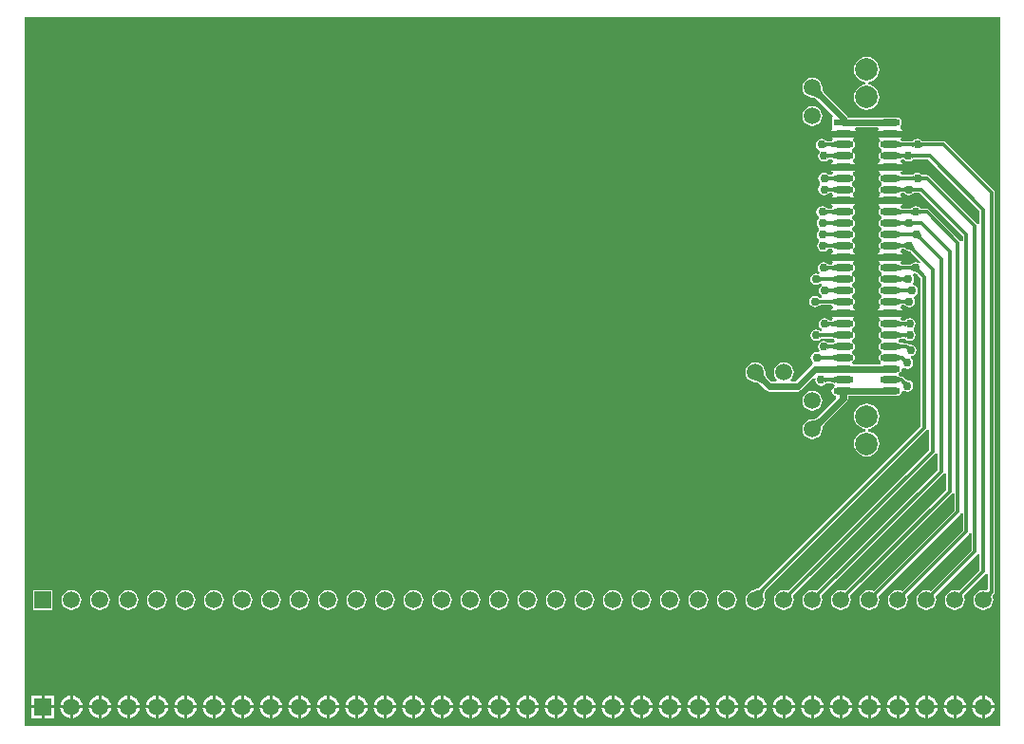
<source format=gbl>
G04*
G04 #@! TF.GenerationSoftware,Altium Limited,Altium Designer,19.1.8 (144)*
G04*
G04 Layer_Physical_Order=2*
G04 Layer_Color=16711680*
%FSLAX44Y44*%
%MOMM*%
G71*
G01*
G75*
%ADD24C,0.6000*%
%ADD25C,0.3302*%
%ADD26C,1.5000*%
%ADD27R,1.5000X1.5000*%
%ADD28C,2.0000*%
%ADD29C,0.7620*%
%ADD30R,1.8000X0.6000*%
%ADD31O,1.8000X0.6000*%
G36*
X872160Y2590D02*
X2590D01*
Y635160D01*
X872160D01*
Y2590D01*
D02*
G37*
%LPC*%
G36*
X753400Y599867D02*
X750458Y599480D01*
X747716Y598344D01*
X745362Y596538D01*
X743556Y594184D01*
X742420Y591442D01*
X742033Y588500D01*
X742420Y585558D01*
X743556Y582816D01*
X745362Y580462D01*
X747716Y578656D01*
X750458Y577520D01*
X752321Y577275D01*
Y575225D01*
X750458Y574980D01*
X747716Y573844D01*
X745362Y572038D01*
X743556Y569684D01*
X742420Y566942D01*
X742033Y564000D01*
X742420Y561058D01*
X743556Y558316D01*
X745362Y555962D01*
X747716Y554156D01*
X750458Y553020D01*
X753400Y552633D01*
X756342Y553020D01*
X759084Y554156D01*
X761438Y555962D01*
X763244Y558316D01*
X764380Y561058D01*
X764767Y564000D01*
X764380Y566942D01*
X763244Y569684D01*
X761438Y572038D01*
X759084Y573844D01*
X756342Y574980D01*
X754479Y575225D01*
Y577275D01*
X756342Y577520D01*
X759084Y578656D01*
X761438Y580462D01*
X763244Y582816D01*
X764380Y585558D01*
X764767Y588500D01*
X764380Y591442D01*
X763244Y594184D01*
X761438Y596538D01*
X759084Y598344D01*
X756342Y599480D01*
X753400Y599867D01*
D02*
G37*
G36*
X704850Y555796D02*
X702561Y555494D01*
X700427Y554611D01*
X698595Y553205D01*
X697189Y551373D01*
X696306Y549239D01*
X696004Y546950D01*
X696306Y544661D01*
X697189Y542527D01*
X698595Y540695D01*
X700427Y539289D01*
X702561Y538406D01*
X704850Y538104D01*
X707139Y538406D01*
X709273Y539289D01*
X711105Y540695D01*
X712511Y542527D01*
X713394Y544661D01*
X713696Y546950D01*
X713394Y549239D01*
X712511Y551373D01*
X711105Y553205D01*
X709273Y554611D01*
X707139Y555494D01*
X704850Y555796D01*
D02*
G37*
G36*
Y581196D02*
X702561Y580894D01*
X700427Y580011D01*
X698595Y578605D01*
X697189Y576773D01*
X696306Y574639D01*
X696004Y572350D01*
X696306Y570061D01*
X697189Y567927D01*
X698595Y566095D01*
X700427Y564689D01*
X702561Y563806D01*
X704804Y563510D01*
X704879Y563476D01*
X705444Y563458D01*
X705939Y563397D01*
X706427Y563292D01*
X706910Y563143D01*
X707392Y562948D01*
X707873Y562705D01*
X708354Y562411D01*
X708835Y562066D01*
X709317Y561667D01*
X709829Y561185D01*
X709875Y561168D01*
X723396Y547647D01*
X722618Y545770D01*
X722130D01*
Y537230D01*
X722130Y537230D01*
X722208Y535198D01*
X721181Y533662D01*
X721004Y532770D01*
X743796D01*
X743618Y533662D01*
X742648Y535114D01*
X743090Y536490D01*
X743548Y537146D01*
X763252D01*
X763710Y536490D01*
X764152Y535114D01*
X763181Y533662D01*
X763004Y532770D01*
X785796D01*
X785619Y533662D01*
X784394Y535494D01*
X783575Y536042D01*
X783479Y538413D01*
X783495Y538447D01*
X784422Y539834D01*
X784754Y541500D01*
X784422Y543166D01*
X783478Y544579D01*
X782066Y545522D01*
X780400Y545854D01*
X736544D01*
X736422Y546466D01*
X735479Y547878D01*
X716032Y567325D01*
X716015Y567371D01*
X715533Y567883D01*
X715134Y568365D01*
X714789Y568847D01*
X714495Y569328D01*
X714252Y569808D01*
X714057Y570289D01*
X713908Y570773D01*
X713803Y571261D01*
X713742Y571756D01*
X713724Y572321D01*
X713690Y572396D01*
X713394Y574639D01*
X712511Y576773D01*
X711105Y578605D01*
X709273Y580011D01*
X707139Y580894D01*
X704850Y581196D01*
D02*
G37*
G36*
X743796Y530230D02*
X721004D01*
X721181Y529338D01*
X722406Y527506D01*
X723222Y526961D01*
X723372Y526562D01*
X723373Y526558D01*
X722776Y524710D01*
X722530Y524656D01*
X722148Y524604D01*
X721155Y524534D01*
X720600Y524525D01*
X720491Y524478D01*
X719011D01*
X718905Y524525D01*
X718553Y524534D01*
X718264Y524558D01*
X718002Y524596D01*
X717768Y524647D01*
X717561Y524708D01*
X717379Y524778D01*
X717221Y524855D01*
X717083Y524940D01*
X716962Y525031D01*
X716803Y525177D01*
X716775Y525188D01*
X715132Y526285D01*
X713150Y526679D01*
X711168Y526285D01*
X709488Y525163D01*
X708365Y523482D01*
X707971Y521500D01*
X708365Y519518D01*
X709488Y517837D01*
X710660Y517054D01*
X711159Y515915D01*
X711144Y514648D01*
X710365Y513482D01*
X709970Y511500D01*
X710365Y509518D01*
X711488Y507837D01*
X713168Y506715D01*
X715150Y506320D01*
X717132Y506715D01*
X718774Y507812D01*
X718803Y507823D01*
X718962Y507969D01*
X719083Y508060D01*
X719221Y508145D01*
X719379Y508222D01*
X719561Y508292D01*
X719768Y508353D01*
X720002Y508404D01*
X720264Y508442D01*
X720554Y508466D01*
X720783Y508472D01*
X721168Y508465D01*
X721658Y508441D01*
X722566Y508338D01*
X722800Y508293D01*
X723376Y506453D01*
X723372Y506438D01*
X723222Y506039D01*
X722406Y505494D01*
X721181Y503662D01*
X721004Y502770D01*
X743796D01*
X743618Y503662D01*
X742394Y505494D01*
X741574Y506042D01*
X741479Y508413D01*
X741495Y508447D01*
X742422Y509834D01*
X742754Y511500D01*
X742422Y513166D01*
X741479Y514578D01*
X740200Y515433D01*
X740075Y516500D01*
X740200Y517567D01*
X741479Y518422D01*
X742422Y519834D01*
X742754Y521500D01*
X742422Y523166D01*
X741495Y524553D01*
X741479Y524587D01*
X741574Y526958D01*
X742394Y527506D01*
X743618Y529338D01*
X743796Y530230D01*
D02*
G37*
G36*
Y500230D02*
X721004D01*
X721181Y499338D01*
X722406Y497506D01*
X723222Y496961D01*
X723372Y496562D01*
X723373Y496558D01*
X722776Y494710D01*
X722530Y494656D01*
X722148Y494604D01*
X721155Y494534D01*
X720938Y494531D01*
X720804Y494534D01*
X720514Y494558D01*
X720252Y494596D01*
X720018Y494647D01*
X719811Y494708D01*
X719630Y494778D01*
X719471Y494855D01*
X719333Y494940D01*
X719212Y495031D01*
X719053Y495177D01*
X719025Y495188D01*
X717382Y496285D01*
X715400Y496679D01*
X713418Y496285D01*
X711738Y495163D01*
X710615Y493482D01*
X710220Y491500D01*
X710615Y489518D01*
X711738Y487837D01*
X711910Y487722D01*
Y485278D01*
X711738Y485163D01*
X710615Y483482D01*
X710220Y481500D01*
X710615Y479518D01*
X711738Y477837D01*
X713418Y476715D01*
X715400Y476320D01*
X717382Y476715D01*
X719024Y477812D01*
X719053Y477822D01*
X719212Y477969D01*
X719333Y478060D01*
X719471Y478145D01*
X719629Y478222D01*
X719811Y478292D01*
X720018Y478353D01*
X720252Y478404D01*
X720514Y478442D01*
X720804Y478466D01*
X720938Y478469D01*
X721168Y478465D01*
X721658Y478441D01*
X722566Y478338D01*
X722800Y478293D01*
X723376Y476453D01*
X723372Y476438D01*
X723222Y476039D01*
X722406Y475494D01*
X721181Y473661D01*
X721004Y472770D01*
X743796D01*
X743618Y473661D01*
X742394Y475494D01*
X741574Y476042D01*
X741479Y478413D01*
X741495Y478447D01*
X742422Y479834D01*
X742754Y481500D01*
X742422Y483166D01*
X741479Y484578D01*
X740200Y485433D01*
X740075Y486500D01*
X740200Y487567D01*
X741479Y488422D01*
X742422Y489834D01*
X742754Y491500D01*
X742422Y493166D01*
X741495Y494553D01*
X741479Y494587D01*
X741574Y496958D01*
X742394Y497506D01*
X743618Y499338D01*
X743796Y500230D01*
D02*
G37*
G36*
Y470230D02*
X721004D01*
X721181Y469338D01*
X722406Y467506D01*
X723222Y466961D01*
X723372Y466562D01*
X723373Y466558D01*
X722776Y464710D01*
X722530Y464656D01*
X722148Y464604D01*
X721155Y464534D01*
X720600Y464525D01*
X720491Y464478D01*
X719511D01*
X719406Y464525D01*
X719053Y464534D01*
X718764Y464558D01*
X718502Y464596D01*
X718268Y464646D01*
X718061Y464708D01*
X717879Y464778D01*
X717721Y464855D01*
X717583Y464940D01*
X717462Y465031D01*
X717303Y465177D01*
X717275Y465188D01*
X715632Y466285D01*
X713650Y466679D01*
X711668Y466285D01*
X709987Y465163D01*
X708865Y463482D01*
X708471Y461500D01*
X708865Y459518D01*
X709987Y457837D01*
X710285Y457638D01*
Y455195D01*
X710238Y455163D01*
X709115Y453482D01*
X708720Y451500D01*
X709115Y449518D01*
X710238Y447837D01*
X710723Y447513D01*
Y445070D01*
X710488Y444912D01*
X709365Y443232D01*
X708970Y441250D01*
X709365Y439268D01*
X710488Y437588D01*
X710786Y437388D01*
Y434944D01*
X710738Y434912D01*
X709615Y433232D01*
X709221Y431250D01*
X709615Y429268D01*
X710738Y427588D01*
X712418Y426465D01*
X714400Y426071D01*
X716382Y426465D01*
X718063Y427588D01*
X718188Y427775D01*
X718283Y427817D01*
X718429Y427969D01*
X718535Y428059D01*
X718657Y428141D01*
X718800Y428218D01*
X718966Y428288D01*
X719159Y428349D01*
X719382Y428401D01*
X719634Y428440D01*
X719917Y428465D01*
X720267Y428475D01*
X720297Y428488D01*
X720329Y428478D01*
X720416Y428522D01*
X720491D01*
X720600Y428475D01*
X721168Y428465D01*
X721658Y428441D01*
X722566Y428338D01*
X722800Y428293D01*
X723376Y426453D01*
X723372Y426438D01*
X723222Y426039D01*
X722406Y425494D01*
X721181Y423661D01*
X721004Y422770D01*
X743796D01*
X743618Y423661D01*
X742394Y425494D01*
X741574Y426042D01*
X741479Y428413D01*
X741495Y428447D01*
X742422Y429834D01*
X742754Y431500D01*
X742422Y433166D01*
X741479Y434578D01*
X740200Y435433D01*
X740075Y436500D01*
X740200Y437567D01*
X741479Y438421D01*
X742422Y439834D01*
X742754Y441500D01*
X742422Y443166D01*
X741479Y444578D01*
X740200Y445433D01*
X740075Y446500D01*
X740200Y447567D01*
X741479Y448422D01*
X742422Y449834D01*
X742754Y451500D01*
X742422Y453166D01*
X741479Y454578D01*
X740200Y455433D01*
X740075Y456500D01*
X740200Y457567D01*
X741479Y458422D01*
X742422Y459834D01*
X742754Y461500D01*
X742422Y463166D01*
X741495Y464553D01*
X741479Y464587D01*
X741574Y466958D01*
X742394Y467506D01*
X743618Y469338D01*
X743796Y470230D01*
D02*
G37*
G36*
X785796Y530230D02*
X763004D01*
X763181Y529338D01*
X764406Y527506D01*
X765226Y526958D01*
X765321Y524587D01*
X765304Y524553D01*
X764378Y523166D01*
X764046Y521500D01*
X764378Y519834D01*
X765322Y518422D01*
X766600Y517567D01*
X766725Y516500D01*
X766600Y515433D01*
X765322Y514578D01*
X764378Y513166D01*
X764046Y511500D01*
X764378Y509834D01*
X765304Y508447D01*
X765321Y508413D01*
X765226Y506042D01*
X764406Y505494D01*
X763181Y503662D01*
X763004Y502770D01*
X785796D01*
X785619Y503662D01*
X784394Y505494D01*
X783578Y506039D01*
X783428Y506438D01*
X783427Y506442D01*
X784024Y508290D01*
X784270Y508344D01*
X784652Y508396D01*
X785430Y508451D01*
X785536Y508442D01*
X785798Y508404D01*
X786032Y508353D01*
X786239Y508292D01*
X786421Y508222D01*
X786579Y508145D01*
X786717Y508060D01*
X786838Y507969D01*
X786997Y507823D01*
X787026Y507812D01*
X788668Y506715D01*
X790650Y506320D01*
X792632Y506715D01*
X794275Y507812D01*
X794303Y507823D01*
X794462Y507969D01*
X794583Y508060D01*
X794721Y508145D01*
X794879Y508222D01*
X795061Y508292D01*
X795268Y508353D01*
X795502Y508404D01*
X795764Y508442D01*
X796053Y508466D01*
X796405Y508475D01*
X796511Y508522D01*
X808166D01*
X854172Y462516D01*
Y450620D01*
X854146Y450609D01*
X852140Y450281D01*
X851756Y450856D01*
X809006Y493606D01*
X808040Y494252D01*
X806900Y494478D01*
X804261D01*
X804155Y494525D01*
X803803Y494534D01*
X803514Y494558D01*
X803252Y494596D01*
X803018Y494647D01*
X802811Y494708D01*
X802629Y494778D01*
X802471Y494855D01*
X802333Y494940D01*
X802212Y495031D01*
X802053Y495177D01*
X802025Y495188D01*
X800382Y496285D01*
X798400Y496679D01*
X796418Y496285D01*
X794775Y495188D01*
X794747Y495177D01*
X794588Y495031D01*
X794467Y494940D01*
X794329Y494855D01*
X794171Y494778D01*
X793989Y494708D01*
X793782Y494647D01*
X793548Y494596D01*
X793286Y494558D01*
X792997Y494534D01*
X792645Y494525D01*
X792539Y494478D01*
X786309D01*
X786200Y494525D01*
X785632Y494534D01*
X785142Y494559D01*
X784234Y494662D01*
X784003Y494706D01*
X783424Y496547D01*
X783428Y496562D01*
X783578Y496961D01*
X784394Y497506D01*
X785619Y499338D01*
X785796Y500230D01*
X763004D01*
X763181Y499338D01*
X764406Y497506D01*
X765226Y496958D01*
X765321Y494587D01*
X765304Y494553D01*
X764378Y493166D01*
X764046Y491500D01*
X764378Y489834D01*
X765322Y488422D01*
X766600Y487567D01*
X766725Y486500D01*
X766600Y485433D01*
X765322Y484578D01*
X764378Y483166D01*
X764046Y481500D01*
X764378Y479834D01*
X765304Y478447D01*
X765321Y478413D01*
X765226Y476042D01*
X764406Y475494D01*
X763181Y473661D01*
X763004Y472770D01*
X785796D01*
X785619Y473661D01*
X784394Y475494D01*
X783578Y476039D01*
X783428Y476438D01*
X783427Y476442D01*
X784024Y478290D01*
X784270Y478344D01*
X784652Y478396D01*
X785565Y478460D01*
X785786Y478442D01*
X786048Y478404D01*
X786282Y478353D01*
X786489Y478292D01*
X786671Y478222D01*
X786829Y478145D01*
X786967Y478060D01*
X787088Y477969D01*
X787247Y477823D01*
X787276Y477812D01*
X788918Y476715D01*
X790900Y476320D01*
X792882Y476715D01*
X794525Y477812D01*
X794553Y477823D01*
X794712Y477969D01*
X794833Y478060D01*
X794971Y478145D01*
X795129Y478222D01*
X795311Y478292D01*
X795518Y478353D01*
X795752Y478404D01*
X796014Y478442D01*
X796303Y478466D01*
X796656Y478475D01*
X796761Y478522D01*
X800666D01*
X839172Y440016D01*
Y435620D01*
X839146Y435609D01*
X837140Y435281D01*
X836756Y435856D01*
X809006Y463606D01*
X808040Y464252D01*
X806900Y464478D01*
X803261D01*
X803155Y464525D01*
X802803Y464534D01*
X802514Y464558D01*
X802252Y464596D01*
X802018Y464647D01*
X801811Y464708D01*
X801629Y464778D01*
X801471Y464855D01*
X801333Y464940D01*
X801212Y465031D01*
X801053Y465177D01*
X801025Y465188D01*
X799382Y466285D01*
X797400Y466679D01*
X795418Y466285D01*
X793775Y465188D01*
X793747Y465177D01*
X793588Y465031D01*
X793467Y464939D01*
X793329Y464855D01*
X793171Y464778D01*
X792989Y464708D01*
X792782Y464646D01*
X792548Y464596D01*
X792286Y464558D01*
X791997Y464534D01*
X791645Y464525D01*
X791539Y464478D01*
X786309D01*
X786200Y464525D01*
X785632Y464534D01*
X785142Y464559D01*
X784234Y464662D01*
X784003Y464706D01*
X783424Y466547D01*
X783428Y466562D01*
X783578Y466961D01*
X784394Y467506D01*
X785619Y469338D01*
X785796Y470230D01*
X763004D01*
X763181Y469338D01*
X764406Y467506D01*
X765226Y466958D01*
X765321Y464587D01*
X765304Y464553D01*
X764378Y463166D01*
X764046Y461500D01*
X764378Y459834D01*
X765322Y458422D01*
X766600Y457567D01*
X766725Y456500D01*
X766600Y455433D01*
X765322Y454578D01*
X764378Y453166D01*
X764046Y451500D01*
X764378Y449834D01*
X765322Y448422D01*
X766600Y447567D01*
X766725Y446500D01*
X766600Y445433D01*
X765322Y444578D01*
X764378Y443166D01*
X764046Y441500D01*
X764378Y439834D01*
X765322Y438421D01*
X766600Y437567D01*
X766725Y436500D01*
X766600Y435433D01*
X765322Y434578D01*
X764378Y433166D01*
X764046Y431500D01*
X764378Y429834D01*
X765304Y428447D01*
X765321Y428413D01*
X765226Y426042D01*
X764406Y425494D01*
X763181Y423661D01*
X763004Y422770D01*
X785796D01*
X785619Y423661D01*
X784394Y425494D01*
X783578Y426039D01*
X783428Y426438D01*
X783427Y426442D01*
X784024Y428290D01*
X784270Y428344D01*
X784652Y428396D01*
X785645Y428466D01*
X785707Y428467D01*
X785747Y428466D01*
X786036Y428442D01*
X786298Y428404D01*
X786532Y428353D01*
X786739Y428292D01*
X786921Y428222D01*
X787079Y428145D01*
X787217Y428060D01*
X787338Y427969D01*
X787497Y427822D01*
X787526Y427812D01*
X789168Y426715D01*
X791105Y426329D01*
X791133Y426317D01*
X791349Y426308D01*
X791499Y426287D01*
X791656Y426249D01*
X791823Y426192D01*
X792001Y426113D01*
X792191Y426009D01*
X792392Y425880D01*
X792604Y425721D01*
X792825Y425534D01*
X793081Y425291D01*
X793188Y425250D01*
X801374Y417064D01*
X800079Y415486D01*
X798882Y416285D01*
X796900Y416679D01*
X794918Y416285D01*
X793275Y415188D01*
X793247Y415177D01*
X793088Y415031D01*
X792967Y414940D01*
X792829Y414855D01*
X792670Y414778D01*
X792489Y414707D01*
X792282Y414646D01*
X792048Y414596D01*
X791786Y414558D01*
X791497Y414534D01*
X791144Y414525D01*
X791039Y414478D01*
X786309D01*
X786200Y414525D01*
X785632Y414534D01*
X785142Y414559D01*
X784234Y414662D01*
X784003Y414706D01*
X783424Y416547D01*
X783428Y416562D01*
X783578Y416961D01*
X784394Y417506D01*
X785619Y419338D01*
X785796Y420230D01*
X763004D01*
X763181Y419338D01*
X764406Y417506D01*
X765226Y416958D01*
X765321Y414587D01*
X765304Y414553D01*
X764378Y413166D01*
X764046Y411500D01*
X764378Y409834D01*
X765322Y408421D01*
X766600Y407567D01*
X766725Y406500D01*
X766600Y405433D01*
X765322Y404578D01*
X764378Y403166D01*
X764046Y401500D01*
X764378Y399834D01*
X765322Y398421D01*
X766600Y397567D01*
X766725Y396500D01*
X766600Y395433D01*
X765322Y394578D01*
X764378Y393166D01*
X764046Y391500D01*
X764378Y389834D01*
X765322Y388421D01*
X766600Y387567D01*
X766725Y386500D01*
X766600Y385433D01*
X765322Y384578D01*
X764378Y383166D01*
X764046Y381500D01*
X764378Y379834D01*
X765304Y378447D01*
X765321Y378413D01*
X765226Y376042D01*
X764406Y375494D01*
X763181Y373661D01*
X763004Y372770D01*
X785796D01*
X785619Y373661D01*
X784394Y375494D01*
X783578Y376039D01*
X783428Y376438D01*
X783427Y376442D01*
X784024Y378290D01*
X784270Y378344D01*
X784652Y378396D01*
X785645Y378466D01*
X785862Y378469D01*
X785996Y378466D01*
X786286Y378442D01*
X786548Y378404D01*
X786782Y378353D01*
X786989Y378292D01*
X787171Y378222D01*
X787329Y378145D01*
X787467Y378060D01*
X787588Y377969D01*
X787747Y377823D01*
X787776Y377812D01*
X789418Y376715D01*
X791400Y376320D01*
X793382Y376715D01*
X795062Y377837D01*
X796185Y379518D01*
X796580Y381500D01*
X796185Y383482D01*
X795612Y384339D01*
X795845Y386172D01*
X796275Y386727D01*
X797562Y387588D01*
X798685Y389268D01*
X799080Y391250D01*
X798685Y393232D01*
X797562Y394912D01*
X795882Y396035D01*
X795206Y396170D01*
X794899Y396618D01*
X794435Y398395D01*
X795185Y399518D01*
X795580Y401500D01*
X795185Y403482D01*
X794224Y404920D01*
X794910Y406138D01*
X795339Y406631D01*
X796855Y406329D01*
X796883Y406317D01*
X797099Y406308D01*
X797249Y406287D01*
X797406Y406249D01*
X797573Y406192D01*
X797751Y406113D01*
X797941Y406009D01*
X798142Y405880D01*
X798354Y405721D01*
X798575Y405534D01*
X798831Y405291D01*
X798938Y405250D01*
X801672Y402516D01*
Y269984D01*
X658331Y126642D01*
X658232Y126608D01*
X657911Y126320D01*
X657576Y126075D01*
X656566Y125488D01*
X655998Y125217D01*
X652629Y123983D01*
X651611Y123683D01*
X651483Y123579D01*
X649627Y122811D01*
X647795Y121405D01*
X646389Y119573D01*
X645506Y117439D01*
X645204Y115150D01*
X645506Y112861D01*
X646389Y110727D01*
X647795Y108895D01*
X649627Y107489D01*
X651761Y106606D01*
X654050Y106304D01*
X656339Y106606D01*
X658473Y107489D01*
X660305Y108895D01*
X661711Y110727D01*
X662594Y112861D01*
X662896Y115150D01*
X662594Y117439D01*
X662534Y117585D01*
X662549Y117702D01*
X662334Y118498D01*
X662198Y119197D01*
X662128Y119840D01*
X662119Y120426D01*
X662166Y120956D01*
X662265Y121435D01*
X662414Y121869D01*
X662611Y122267D01*
X662860Y122636D01*
X663223Y123048D01*
X663256Y123144D01*
X806756Y266644D01*
X807140Y267218D01*
X809146Y266891D01*
X809172Y266880D01*
Y249084D01*
X683184Y123096D01*
X681739Y123694D01*
X679450Y123996D01*
X677161Y123694D01*
X675027Y122811D01*
X673195Y121405D01*
X671789Y119573D01*
X670906Y117439D01*
X670604Y115150D01*
X670906Y112861D01*
X671789Y110727D01*
X673195Y108895D01*
X675027Y107489D01*
X677161Y106606D01*
X679450Y106304D01*
X681739Y106606D01*
X683873Y107489D01*
X685705Y108895D01*
X687111Y110727D01*
X687994Y112861D01*
X688296Y115150D01*
X687994Y117439D01*
X687396Y118884D01*
X814256Y245744D01*
X814640Y246319D01*
X816645Y245991D01*
X816672Y245980D01*
Y231184D01*
X708584Y123096D01*
X707139Y123694D01*
X704850Y123996D01*
X702561Y123694D01*
X700427Y122811D01*
X698595Y121405D01*
X697189Y119573D01*
X696306Y117439D01*
X696004Y115150D01*
X696306Y112861D01*
X697189Y110727D01*
X698595Y108895D01*
X700427Y107489D01*
X702561Y106606D01*
X704850Y106304D01*
X707139Y106606D01*
X709273Y107489D01*
X711105Y108895D01*
X712511Y110727D01*
X713394Y112861D01*
X713696Y115150D01*
X713394Y117439D01*
X712796Y118884D01*
X821756Y227844D01*
X822140Y228419D01*
X824146Y228091D01*
X824172Y228081D01*
Y213284D01*
X733984Y123096D01*
X732539Y123694D01*
X730250Y123996D01*
X727961Y123694D01*
X725827Y122811D01*
X723995Y121405D01*
X722589Y119573D01*
X721706Y117439D01*
X721404Y115150D01*
X721706Y112861D01*
X722589Y110727D01*
X723995Y108895D01*
X725827Y107489D01*
X727961Y106606D01*
X730250Y106304D01*
X732539Y106606D01*
X734673Y107489D01*
X736505Y108895D01*
X737911Y110727D01*
X738794Y112861D01*
X739096Y115150D01*
X738794Y117439D01*
X738196Y118884D01*
X829256Y209944D01*
X829640Y210518D01*
X831646Y210191D01*
X831672Y210180D01*
Y195384D01*
X759384Y123096D01*
X757939Y123694D01*
X755650Y123996D01*
X753361Y123694D01*
X751227Y122811D01*
X749395Y121405D01*
X747989Y119573D01*
X747106Y117439D01*
X746804Y115150D01*
X747106Y112861D01*
X747989Y110727D01*
X749395Y108895D01*
X751227Y107489D01*
X753361Y106606D01*
X755650Y106304D01*
X757939Y106606D01*
X760073Y107489D01*
X761905Y108895D01*
X763311Y110727D01*
X764194Y112861D01*
X764496Y115150D01*
X764194Y117439D01*
X763596Y118884D01*
X836756Y192044D01*
X837140Y192619D01*
X839145Y192291D01*
X839172Y192281D01*
Y177484D01*
X784784Y123096D01*
X783339Y123694D01*
X781050Y123996D01*
X778761Y123694D01*
X776627Y122811D01*
X774795Y121405D01*
X773389Y119573D01*
X772506Y117439D01*
X772204Y115150D01*
X772506Y112861D01*
X773389Y110727D01*
X774795Y108895D01*
X776627Y107489D01*
X778761Y106606D01*
X781050Y106304D01*
X783339Y106606D01*
X785473Y107489D01*
X787305Y108895D01*
X788711Y110727D01*
X789594Y112861D01*
X789896Y115150D01*
X789594Y117439D01*
X788996Y118884D01*
X844256Y174144D01*
X844640Y174718D01*
X846646Y174391D01*
X846672Y174380D01*
Y159584D01*
X810184Y123096D01*
X808739Y123694D01*
X806450Y123996D01*
X804161Y123694D01*
X802027Y122811D01*
X800195Y121405D01*
X798789Y119573D01*
X797906Y117439D01*
X797604Y115150D01*
X797906Y112861D01*
X798789Y110727D01*
X800195Y108895D01*
X802027Y107489D01*
X804161Y106606D01*
X806450Y106304D01*
X808739Y106606D01*
X810873Y107489D01*
X812705Y108895D01*
X814111Y110727D01*
X814994Y112861D01*
X815296Y115150D01*
X814994Y117439D01*
X814396Y118884D01*
X851756Y156244D01*
X852140Y156819D01*
X854145Y156491D01*
X854172Y156481D01*
Y141684D01*
X835584Y123096D01*
X834139Y123694D01*
X831850Y123996D01*
X829561Y123694D01*
X827427Y122811D01*
X825595Y121405D01*
X824189Y119573D01*
X823306Y117439D01*
X823004Y115150D01*
X823306Y112861D01*
X824189Y110727D01*
X825595Y108895D01*
X827427Y107489D01*
X829561Y106606D01*
X831850Y106304D01*
X834139Y106606D01*
X836273Y107489D01*
X838105Y108895D01*
X839511Y110727D01*
X840394Y112861D01*
X840696Y115150D01*
X840394Y117439D01*
X839796Y118884D01*
X859256Y138344D01*
X859640Y138919D01*
X861646Y138591D01*
X861672Y138581D01*
Y124953D01*
X861029Y124369D01*
X859839Y123636D01*
X859723Y123618D01*
X859539Y123694D01*
X857250Y123996D01*
X854961Y123694D01*
X852827Y122811D01*
X850995Y121405D01*
X849589Y119573D01*
X848706Y117439D01*
X848404Y115150D01*
X848706Y112861D01*
X849589Y110727D01*
X850995Y108895D01*
X852827Y107489D01*
X854961Y106606D01*
X857250Y106304D01*
X859539Y106606D01*
X861673Y107489D01*
X863505Y108895D01*
X864911Y110727D01*
X865794Y112861D01*
X866096Y115150D01*
X865794Y117439D01*
X865718Y117623D01*
X865736Y117739D01*
X865661Y118041D01*
X865638Y118250D01*
X865643Y118459D01*
X865678Y118678D01*
X865746Y118914D01*
X865855Y119171D01*
X866010Y119451D01*
X866215Y119753D01*
X866475Y120074D01*
X866821Y120443D01*
X866905Y120668D01*
X867402Y121410D01*
X867628Y122550D01*
Y478750D01*
X867402Y479890D01*
X866756Y480856D01*
X824006Y523606D01*
X823040Y524252D01*
X821900Y524478D01*
X804261D01*
X804155Y524525D01*
X803803Y524534D01*
X803514Y524558D01*
X803252Y524596D01*
X803018Y524647D01*
X802811Y524708D01*
X802629Y524778D01*
X802471Y524855D01*
X802333Y524940D01*
X802212Y525031D01*
X802053Y525177D01*
X802025Y525188D01*
X800382Y526285D01*
X798400Y526679D01*
X796418Y526285D01*
X794775Y525188D01*
X794747Y525177D01*
X794588Y525031D01*
X794467Y524940D01*
X794329Y524855D01*
X794171Y524778D01*
X793989Y524708D01*
X793782Y524647D01*
X793548Y524596D01*
X793286Y524558D01*
X792997Y524534D01*
X792645Y524525D01*
X792539Y524478D01*
X786309D01*
X786200Y524525D01*
X785632Y524534D01*
X785142Y524559D01*
X784234Y524662D01*
X784003Y524706D01*
X783424Y526547D01*
X783428Y526562D01*
X783578Y526961D01*
X784394Y527506D01*
X785619Y529338D01*
X785796Y530230D01*
D02*
G37*
G36*
X743796Y420230D02*
X721004D01*
X721181Y419338D01*
X722406Y417506D01*
X723222Y416961D01*
X723372Y416562D01*
X723373Y416558D01*
X722776Y414710D01*
X722530Y414656D01*
X722148Y414604D01*
X721155Y414534D01*
X720628Y414526D01*
X720303Y414534D01*
X720014Y414558D01*
X719752Y414596D01*
X719518Y414646D01*
X719311Y414707D01*
X719129Y414778D01*
X718971Y414855D01*
X718833Y414940D01*
X718712Y415031D01*
X718553Y415177D01*
X718525Y415188D01*
X716882Y416285D01*
X714900Y416679D01*
X712918Y416285D01*
X711237Y415163D01*
X710115Y413482D01*
X709721Y411500D01*
X710115Y409518D01*
X711237Y407838D01*
X710132Y406285D01*
X708150Y406679D01*
X706168Y406285D01*
X704488Y405163D01*
X703365Y403482D01*
X702971Y401500D01*
X703365Y399518D01*
X704488Y397837D01*
X706168Y396715D01*
X708150Y396320D01*
X710132Y396715D01*
X711774Y397812D01*
X711803Y397823D01*
X711962Y397969D01*
X712083Y398060D01*
X712221Y398145D01*
X712379Y398222D01*
X712561Y398292D01*
X713057Y398135D01*
X713195Y397718D01*
X713097Y396078D01*
X712965Y395816D01*
X711988Y395163D01*
X710865Y393482D01*
X710471Y391500D01*
X710865Y389518D01*
X711988Y387837D01*
X713069Y387115D01*
X713442Y385211D01*
X713369Y384729D01*
X713135Y384526D01*
X712804Y384534D01*
X712514Y384558D01*
X712252Y384596D01*
X712018Y384646D01*
X711811Y384707D01*
X711629Y384778D01*
X711471Y384855D01*
X711333Y384939D01*
X711212Y385031D01*
X711053Y385177D01*
X711025Y385188D01*
X709382Y386285D01*
X707400Y386679D01*
X705418Y386285D01*
X703737Y385163D01*
X702615Y383482D01*
X702221Y381500D01*
X702615Y379518D01*
X703737Y377837D01*
X705418Y376715D01*
X707400Y376320D01*
X709382Y376715D01*
X711024Y377812D01*
X711053Y377823D01*
X711212Y377969D01*
X711333Y378060D01*
X711471Y378145D01*
X711629Y378222D01*
X711811Y378292D01*
X712018Y378353D01*
X712252Y378404D01*
X712514Y378442D01*
X712803Y378465D01*
X713155Y378475D01*
X713261Y378522D01*
X720491D01*
X720600Y378474D01*
X721168Y378465D01*
X721658Y378440D01*
X722566Y378338D01*
X722800Y378293D01*
X723376Y376453D01*
X723372Y376438D01*
X723222Y376039D01*
X722406Y375494D01*
X721181Y373661D01*
X721004Y372770D01*
X743796D01*
X743618Y373661D01*
X742394Y375494D01*
X741574Y376042D01*
X741479Y378413D01*
X741495Y378447D01*
X742422Y379834D01*
X742754Y381500D01*
X742422Y383166D01*
X741479Y384578D01*
X740200Y385433D01*
X740075Y386500D01*
X740200Y387567D01*
X741479Y388421D01*
X742422Y389834D01*
X742754Y391500D01*
X742422Y393166D01*
X741479Y394578D01*
X740200Y395433D01*
X740075Y396500D01*
X740200Y397567D01*
X741479Y398421D01*
X742422Y399834D01*
X742754Y401500D01*
X742422Y403166D01*
X741479Y404578D01*
X740200Y405433D01*
X740075Y406500D01*
X740200Y407567D01*
X741479Y408421D01*
X742422Y409834D01*
X742754Y411500D01*
X742422Y413166D01*
X741495Y414553D01*
X741479Y414587D01*
X741574Y416958D01*
X742394Y417506D01*
X743618Y419338D01*
X743796Y420230D01*
D02*
G37*
G36*
X785796Y370230D02*
X763004D01*
X763181Y369338D01*
X764406Y367506D01*
X765226Y366958D01*
X765321Y364587D01*
X765304Y364553D01*
X764378Y363166D01*
X764046Y361500D01*
X764378Y359834D01*
X765322Y358421D01*
X766600Y357567D01*
X766725Y356500D01*
X766600Y355433D01*
X765322Y354578D01*
X764378Y353166D01*
X764046Y351500D01*
X764378Y349834D01*
X765322Y348421D01*
X766600Y347567D01*
X766725Y346500D01*
X766600Y345433D01*
X765322Y344578D01*
X764378Y343166D01*
X764046Y341500D01*
X764378Y339834D01*
X765322Y338421D01*
X766600Y337567D01*
X766725Y336500D01*
X766600Y335433D01*
X765322Y334578D01*
X764378Y333166D01*
X764046Y331500D01*
X764378Y329834D01*
X765322Y328421D01*
X766124Y327886D01*
X765507Y325854D01*
X741293D01*
X740676Y327886D01*
X741479Y328421D01*
X742422Y329834D01*
X742754Y331500D01*
X742422Y333166D01*
X741479Y334578D01*
X740200Y335433D01*
X740075Y336500D01*
X740200Y337567D01*
X741479Y338421D01*
X742422Y339834D01*
X742754Y341500D01*
X742422Y343166D01*
X741479Y344578D01*
X740200Y345433D01*
X740075Y346500D01*
X740200Y347567D01*
X741479Y348421D01*
X742422Y349834D01*
X742754Y351500D01*
X742422Y353166D01*
X741479Y354578D01*
X740200Y355433D01*
X740075Y356500D01*
X740200Y357567D01*
X741479Y358421D01*
X742422Y359834D01*
X742754Y361500D01*
X742422Y363166D01*
X741495Y364553D01*
X741479Y364587D01*
X741574Y366958D01*
X742394Y367506D01*
X743618Y369338D01*
X743796Y370230D01*
X721004D01*
X721181Y369338D01*
X722406Y367506D01*
X723222Y366961D01*
X723372Y366562D01*
X723373Y366558D01*
X722776Y364710D01*
X722530Y364656D01*
X722148Y364604D01*
X721155Y364534D01*
X721093Y364533D01*
X721053Y364534D01*
X720764Y364558D01*
X720502Y364596D01*
X720268Y364646D01*
X720061Y364707D01*
X719879Y364778D01*
X719721Y364855D01*
X719583Y364939D01*
X719462Y365031D01*
X719303Y365177D01*
X719275Y365188D01*
X717632Y366285D01*
X715650Y366679D01*
X713668Y366285D01*
X711988Y365163D01*
X710865Y363482D01*
X710471Y361500D01*
X710865Y359518D01*
X711988Y357837D01*
X712933Y357206D01*
X713081Y357001D01*
X713108Y356948D01*
X713114Y356927D01*
X713010Y355010D01*
X712975Y354920D01*
X712629Y354778D01*
X712471Y354855D01*
X712333Y354939D01*
X712212Y355031D01*
X712053Y355177D01*
X712025Y355188D01*
X710382Y356285D01*
X708400Y356679D01*
X706418Y356285D01*
X704737Y355163D01*
X703615Y353482D01*
X703221Y351500D01*
X703615Y349518D01*
X704737Y347837D01*
X706418Y346715D01*
X708400Y346320D01*
X710382Y346715D01*
X712024Y347812D01*
X712053Y347822D01*
X712212Y347969D01*
X712333Y348060D01*
X712471Y348145D01*
X712629Y348222D01*
X712811Y348292D01*
X713018Y348353D01*
X713252Y348404D01*
X713514Y348442D01*
X713803Y348465D01*
X714155Y348475D01*
X714261Y348522D01*
X720491D01*
X720600Y348474D01*
X721168Y348465D01*
X721658Y348441D01*
X722566Y348338D01*
X722921Y348270D01*
X723244Y348189D01*
X723520Y348098D01*
X723747Y348003D01*
X723927Y347907D01*
X724130Y347769D01*
X724374Y347718D01*
X724600Y347567D01*
X724725Y346500D01*
X724600Y345433D01*
X724374Y345281D01*
X724130Y345231D01*
X723927Y345093D01*
X723747Y344997D01*
X723520Y344902D01*
X723265Y344818D01*
X722530Y344656D01*
X722148Y344604D01*
X721155Y344534D01*
X720697Y344527D01*
X720416Y344534D01*
X720119Y344556D01*
X719849Y344592D01*
X719603Y344641D01*
X719383Y344700D01*
X719187Y344768D01*
X719014Y344845D01*
X718862Y344928D01*
X718727Y345018D01*
X718557Y345156D01*
X718359Y345215D01*
X717132Y346035D01*
X715150Y346429D01*
X713168Y346035D01*
X711488Y344912D01*
X710365Y343232D01*
X709970Y341250D01*
X710365Y339268D01*
X711326Y337830D01*
X710640Y336613D01*
X710211Y336119D01*
X708650Y336429D01*
X706668Y336035D01*
X704987Y334912D01*
X703865Y333232D01*
X703471Y331250D01*
X703865Y329268D01*
X704987Y327588D01*
X705263Y327404D01*
X705336Y327159D01*
X705124Y325053D01*
X704413Y324578D01*
X689839Y310004D01*
X686317D01*
X685627Y312036D01*
X685705Y312095D01*
X687111Y313927D01*
X687994Y316061D01*
X688296Y318350D01*
X687994Y320639D01*
X687111Y322773D01*
X685705Y324605D01*
X683873Y326011D01*
X681739Y326894D01*
X679450Y327196D01*
X677161Y326894D01*
X675027Y326011D01*
X673195Y324605D01*
X671789Y322773D01*
X670906Y320639D01*
X670604Y318350D01*
X670906Y316061D01*
X671789Y313927D01*
X673195Y312095D01*
X673273Y312036D01*
X672583Y310004D01*
X668553D01*
X665232Y313325D01*
X665215Y313371D01*
X664733Y313883D01*
X664334Y314365D01*
X663989Y314846D01*
X663696Y315327D01*
X663452Y315808D01*
X663257Y316290D01*
X663108Y316773D01*
X663003Y317261D01*
X662942Y317756D01*
X662924Y318321D01*
X662890Y318396D01*
X662594Y320639D01*
X661711Y322773D01*
X660305Y324605D01*
X658473Y326011D01*
X656339Y326894D01*
X654050Y327196D01*
X651761Y326894D01*
X649627Y326011D01*
X647795Y324605D01*
X646389Y322773D01*
X645506Y320639D01*
X645204Y318350D01*
X645506Y316061D01*
X646389Y313927D01*
X647795Y312095D01*
X649627Y310689D01*
X651761Y309806D01*
X654004Y309510D01*
X654079Y309477D01*
X654644Y309458D01*
X655139Y309397D01*
X655627Y309292D01*
X656111Y309143D01*
X656592Y308948D01*
X657073Y308704D01*
X657553Y308411D01*
X658035Y308066D01*
X658517Y307667D01*
X659029Y307185D01*
X659075Y307168D01*
X663671Y302572D01*
X665084Y301628D01*
X666750Y301296D01*
X691642D01*
X693308Y301628D01*
X694721Y302572D01*
X705935Y313786D01*
X707808Y312785D01*
X707552Y311500D01*
X707947Y309518D01*
X709069Y307837D01*
X710750Y306715D01*
X712732Y306320D01*
X714714Y306715D01*
X716356Y307812D01*
X716385Y307822D01*
X716544Y307969D01*
X716665Y308060D01*
X716803Y308145D01*
X716961Y308222D01*
X717143Y308292D01*
X717350Y308353D01*
X717584Y308404D01*
X717846Y308442D01*
X718135Y308465D01*
X718487Y308475D01*
X718593Y308522D01*
X720491D01*
X720600Y308474D01*
X721168Y308465D01*
X721658Y308440D01*
X722566Y308338D01*
X722921Y308270D01*
X723244Y308188D01*
X723520Y308098D01*
X723747Y308003D01*
X723927Y307907D01*
X724130Y307768D01*
X724374Y307718D01*
X724600Y307567D01*
X724725Y306500D01*
X724600Y305432D01*
X723322Y304578D01*
X722378Y303166D01*
X722046Y301500D01*
X722378Y299834D01*
X723322Y298421D01*
X724734Y297478D01*
X725579Y297309D01*
X726310Y295380D01*
X726299Y295156D01*
X709875Y278732D01*
X709829Y278715D01*
X709317Y278233D01*
X708835Y277834D01*
X708354Y277489D01*
X707872Y277195D01*
X707392Y276952D01*
X706910Y276757D01*
X706427Y276608D01*
X705939Y276503D01*
X705444Y276442D01*
X704879Y276423D01*
X704804Y276390D01*
X702561Y276094D01*
X700427Y275211D01*
X698595Y273805D01*
X697189Y271973D01*
X696306Y269839D01*
X696004Y267550D01*
X696306Y265261D01*
X697189Y263127D01*
X698595Y261295D01*
X700427Y259889D01*
X702561Y259006D01*
X704850Y258704D01*
X707139Y259006D01*
X709273Y259889D01*
X711105Y261295D01*
X712511Y263127D01*
X713394Y265261D01*
X713690Y267504D01*
X713724Y267579D01*
X713742Y268144D01*
X713803Y268639D01*
X713908Y269127D01*
X714057Y269611D01*
X714252Y270092D01*
X714495Y270573D01*
X714789Y271054D01*
X715134Y271535D01*
X715533Y272017D01*
X716015Y272529D01*
X716032Y272575D01*
X735479Y292022D01*
X736422Y293434D01*
X736726Y294961D01*
X736774Y295071D01*
X736810Y296784D01*
X736838Y297146D01*
X780400D01*
X782066Y297478D01*
X783478Y298421D01*
X784422Y299834D01*
X784685Y301157D01*
X785867Y301847D01*
X786704Y302109D01*
X787668Y301465D01*
X789650Y301070D01*
X791632Y301465D01*
X793313Y302588D01*
X794435Y304268D01*
X794829Y306250D01*
X794435Y308232D01*
X793313Y309912D01*
X791632Y311035D01*
X789695Y311421D01*
X789667Y311433D01*
X789451Y311442D01*
X789301Y311463D01*
X789144Y311501D01*
X788977Y311558D01*
X788799Y311637D01*
X788609Y311740D01*
X788408Y311870D01*
X788196Y312029D01*
X787975Y312216D01*
X787719Y312459D01*
X787612Y312500D01*
X786506Y313606D01*
X785540Y314251D01*
X784400Y314478D01*
X783545D01*
X783478Y314578D01*
X782200Y315432D01*
X782075Y316500D01*
X782200Y317567D01*
X783478Y318421D01*
X784422Y319834D01*
X784754Y321500D01*
X784738Y321579D01*
X786590Y322685D01*
X787668Y321965D01*
X789650Y321571D01*
X791632Y321965D01*
X793313Y323088D01*
X794435Y324768D01*
X794829Y326750D01*
X794435Y328732D01*
X793313Y330412D01*
X792647Y330857D01*
X793145Y332969D01*
X794382Y333215D01*
X796062Y334338D01*
X797185Y336018D01*
X797579Y338000D01*
X797185Y339982D01*
X796062Y341662D01*
X794382Y342785D01*
X792400Y343180D01*
X791593Y343019D01*
X791006Y343606D01*
X790040Y344251D01*
X788900Y344478D01*
X786309D01*
X786200Y344525D01*
X785632Y344534D01*
X785142Y344559D01*
X784234Y344662D01*
X783879Y344729D01*
X783556Y344811D01*
X783280Y344902D01*
X783053Y344997D01*
X782873Y345093D01*
X782670Y345231D01*
X782426Y345281D01*
X782200Y345433D01*
X782075Y346500D01*
X782200Y347567D01*
X782426Y347718D01*
X782670Y347769D01*
X782873Y347907D01*
X783053Y348003D01*
X783280Y348098D01*
X783535Y348182D01*
X784270Y348344D01*
X784652Y348396D01*
X785645Y348466D01*
X786017Y348471D01*
X786247Y348465D01*
X786536Y348442D01*
X786798Y348404D01*
X787032Y348353D01*
X787239Y348292D01*
X787421Y348222D01*
X787579Y348145D01*
X787717Y348060D01*
X787838Y347969D01*
X787997Y347822D01*
X788026Y347812D01*
X789668Y346715D01*
X791650Y346320D01*
X793632Y346715D01*
X795312Y347837D01*
X796435Y349518D01*
X796830Y351500D01*
X796435Y353482D01*
X795312Y355163D01*
X795139Y355278D01*
Y357722D01*
X795312Y357837D01*
X796435Y359518D01*
X796830Y361500D01*
X796435Y363482D01*
X795312Y365163D01*
X793632Y366285D01*
X791650Y366679D01*
X789668Y366285D01*
X788025Y365188D01*
X787997Y365177D01*
X787838Y365031D01*
X787717Y364939D01*
X787579Y364855D01*
X787421Y364778D01*
X787239Y364707D01*
X787032Y364646D01*
X786798Y364596D01*
X786536Y364558D01*
X786246Y364534D01*
X786017Y364528D01*
X785632Y364534D01*
X785142Y364559D01*
X784234Y364662D01*
X784003Y364706D01*
X783424Y366547D01*
X783428Y366562D01*
X783578Y366961D01*
X784394Y367506D01*
X785619Y369338D01*
X785796Y370230D01*
D02*
G37*
G36*
X704850Y301796D02*
X702561Y301494D01*
X700427Y300611D01*
X698595Y299205D01*
X697189Y297373D01*
X696306Y295239D01*
X696004Y292950D01*
X696306Y290661D01*
X697189Y288527D01*
X698595Y286695D01*
X700427Y285289D01*
X702561Y284406D01*
X704850Y284104D01*
X707139Y284406D01*
X709273Y285289D01*
X711105Y286695D01*
X712511Y288527D01*
X713394Y290661D01*
X713696Y292950D01*
X713394Y295239D01*
X712511Y297373D01*
X711105Y299205D01*
X709273Y300611D01*
X707139Y301494D01*
X704850Y301796D01*
D02*
G37*
G36*
X753400Y290367D02*
X750458Y289980D01*
X747716Y288844D01*
X745362Y287038D01*
X743556Y284684D01*
X742420Y281942D01*
X742033Y279000D01*
X742420Y276058D01*
X743556Y273316D01*
X745362Y270962D01*
X747716Y269156D01*
X750458Y268020D01*
X752321Y267775D01*
Y265725D01*
X750458Y265480D01*
X747716Y264344D01*
X745362Y262538D01*
X743556Y260184D01*
X742420Y257442D01*
X742033Y254500D01*
X742420Y251558D01*
X743556Y248816D01*
X745362Y246462D01*
X747716Y244656D01*
X750458Y243520D01*
X753400Y243133D01*
X756342Y243520D01*
X759084Y244656D01*
X761438Y246462D01*
X763244Y248816D01*
X764380Y251558D01*
X764767Y254500D01*
X764380Y257442D01*
X763244Y260184D01*
X761438Y262538D01*
X759084Y264344D01*
X756342Y265480D01*
X754479Y265725D01*
Y267775D01*
X756342Y268020D01*
X759084Y269156D01*
X761438Y270962D01*
X763244Y273316D01*
X764380Y276058D01*
X764767Y279000D01*
X764380Y281942D01*
X763244Y284684D01*
X761438Y287038D01*
X759084Y288844D01*
X756342Y289980D01*
X753400Y290367D01*
D02*
G37*
G36*
X27820Y123920D02*
X10280D01*
Y106380D01*
X27820D01*
Y123920D01*
D02*
G37*
G36*
X628650Y123996D02*
X626361Y123694D01*
X624227Y122811D01*
X622395Y121405D01*
X620989Y119573D01*
X620106Y117439D01*
X619804Y115150D01*
X620106Y112861D01*
X620989Y110727D01*
X622395Y108895D01*
X624227Y107489D01*
X626361Y106606D01*
X628650Y106304D01*
X630939Y106606D01*
X633073Y107489D01*
X634905Y108895D01*
X636311Y110727D01*
X637194Y112861D01*
X637496Y115150D01*
X637194Y117439D01*
X636311Y119573D01*
X634905Y121405D01*
X633073Y122811D01*
X630939Y123694D01*
X628650Y123996D01*
D02*
G37*
G36*
X603250D02*
X600961Y123694D01*
X598827Y122811D01*
X596995Y121405D01*
X595589Y119573D01*
X594706Y117439D01*
X594404Y115150D01*
X594706Y112861D01*
X595589Y110727D01*
X596995Y108895D01*
X598827Y107489D01*
X600961Y106606D01*
X603250Y106304D01*
X605539Y106606D01*
X607673Y107489D01*
X609505Y108895D01*
X610911Y110727D01*
X611794Y112861D01*
X612096Y115150D01*
X611794Y117439D01*
X610911Y119573D01*
X609505Y121405D01*
X607673Y122811D01*
X605539Y123694D01*
X603250Y123996D01*
D02*
G37*
G36*
X577850D02*
X575561Y123694D01*
X573427Y122811D01*
X571595Y121405D01*
X570189Y119573D01*
X569306Y117439D01*
X569004Y115150D01*
X569306Y112861D01*
X570189Y110727D01*
X571595Y108895D01*
X573427Y107489D01*
X575561Y106606D01*
X577850Y106304D01*
X580139Y106606D01*
X582273Y107489D01*
X584105Y108895D01*
X585511Y110727D01*
X586394Y112861D01*
X586696Y115150D01*
X586394Y117439D01*
X585511Y119573D01*
X584105Y121405D01*
X582273Y122811D01*
X580139Y123694D01*
X577850Y123996D01*
D02*
G37*
G36*
X552450D02*
X550161Y123694D01*
X548027Y122811D01*
X546195Y121405D01*
X544789Y119573D01*
X543906Y117439D01*
X543604Y115150D01*
X543906Y112861D01*
X544789Y110727D01*
X546195Y108895D01*
X548027Y107489D01*
X550161Y106606D01*
X552450Y106304D01*
X554739Y106606D01*
X556873Y107489D01*
X558705Y108895D01*
X560111Y110727D01*
X560994Y112861D01*
X561296Y115150D01*
X560994Y117439D01*
X560111Y119573D01*
X558705Y121405D01*
X556873Y122811D01*
X554739Y123694D01*
X552450Y123996D01*
D02*
G37*
G36*
X527050D02*
X524761Y123694D01*
X522627Y122811D01*
X520795Y121405D01*
X519389Y119573D01*
X518506Y117439D01*
X518204Y115150D01*
X518506Y112861D01*
X519389Y110727D01*
X520795Y108895D01*
X522627Y107489D01*
X524761Y106606D01*
X527050Y106304D01*
X529339Y106606D01*
X531473Y107489D01*
X533305Y108895D01*
X534711Y110727D01*
X535594Y112861D01*
X535896Y115150D01*
X535594Y117439D01*
X534711Y119573D01*
X533305Y121405D01*
X531473Y122811D01*
X529339Y123694D01*
X527050Y123996D01*
D02*
G37*
G36*
X501650D02*
X499361Y123694D01*
X497227Y122811D01*
X495395Y121405D01*
X493989Y119573D01*
X493106Y117439D01*
X492804Y115150D01*
X493106Y112861D01*
X493989Y110727D01*
X495395Y108895D01*
X497227Y107489D01*
X499361Y106606D01*
X501650Y106304D01*
X503939Y106606D01*
X506073Y107489D01*
X507905Y108895D01*
X509311Y110727D01*
X510194Y112861D01*
X510496Y115150D01*
X510194Y117439D01*
X509311Y119573D01*
X507905Y121405D01*
X506073Y122811D01*
X503939Y123694D01*
X501650Y123996D01*
D02*
G37*
G36*
X476250D02*
X473961Y123694D01*
X471827Y122811D01*
X469995Y121405D01*
X468589Y119573D01*
X467706Y117439D01*
X467404Y115150D01*
X467706Y112861D01*
X468589Y110727D01*
X469995Y108895D01*
X471827Y107489D01*
X473961Y106606D01*
X476250Y106304D01*
X478539Y106606D01*
X480673Y107489D01*
X482505Y108895D01*
X483911Y110727D01*
X484794Y112861D01*
X485096Y115150D01*
X484794Y117439D01*
X483911Y119573D01*
X482505Y121405D01*
X480673Y122811D01*
X478539Y123694D01*
X476250Y123996D01*
D02*
G37*
G36*
X450850D02*
X448561Y123694D01*
X446427Y122811D01*
X444595Y121405D01*
X443189Y119573D01*
X442306Y117439D01*
X442004Y115150D01*
X442306Y112861D01*
X443189Y110727D01*
X444595Y108895D01*
X446427Y107489D01*
X448561Y106606D01*
X450850Y106304D01*
X453139Y106606D01*
X455273Y107489D01*
X457105Y108895D01*
X458511Y110727D01*
X459394Y112861D01*
X459696Y115150D01*
X459394Y117439D01*
X458511Y119573D01*
X457105Y121405D01*
X455273Y122811D01*
X453139Y123694D01*
X450850Y123996D01*
D02*
G37*
G36*
X425450D02*
X423161Y123694D01*
X421027Y122811D01*
X419195Y121405D01*
X417789Y119573D01*
X416906Y117439D01*
X416604Y115150D01*
X416906Y112861D01*
X417789Y110727D01*
X419195Y108895D01*
X421027Y107489D01*
X423161Y106606D01*
X425450Y106304D01*
X427739Y106606D01*
X429873Y107489D01*
X431705Y108895D01*
X433111Y110727D01*
X433994Y112861D01*
X434296Y115150D01*
X433994Y117439D01*
X433111Y119573D01*
X431705Y121405D01*
X429873Y122811D01*
X427739Y123694D01*
X425450Y123996D01*
D02*
G37*
G36*
X400050D02*
X397761Y123694D01*
X395627Y122811D01*
X393795Y121405D01*
X392389Y119573D01*
X391506Y117439D01*
X391204Y115150D01*
X391506Y112861D01*
X392389Y110727D01*
X393795Y108895D01*
X395627Y107489D01*
X397761Y106606D01*
X400050Y106304D01*
X402339Y106606D01*
X404473Y107489D01*
X406305Y108895D01*
X407711Y110727D01*
X408594Y112861D01*
X408896Y115150D01*
X408594Y117439D01*
X407711Y119573D01*
X406305Y121405D01*
X404473Y122811D01*
X402339Y123694D01*
X400050Y123996D01*
D02*
G37*
G36*
X374650D02*
X372361Y123694D01*
X370227Y122811D01*
X368395Y121405D01*
X366989Y119573D01*
X366106Y117439D01*
X365804Y115150D01*
X366106Y112861D01*
X366989Y110727D01*
X368395Y108895D01*
X370227Y107489D01*
X372361Y106606D01*
X374650Y106304D01*
X376939Y106606D01*
X379073Y107489D01*
X380905Y108895D01*
X382311Y110727D01*
X383194Y112861D01*
X383496Y115150D01*
X383194Y117439D01*
X382311Y119573D01*
X380905Y121405D01*
X379073Y122811D01*
X376939Y123694D01*
X374650Y123996D01*
D02*
G37*
G36*
X349250D02*
X346961Y123694D01*
X344827Y122811D01*
X342995Y121405D01*
X341589Y119573D01*
X340706Y117439D01*
X340404Y115150D01*
X340706Y112861D01*
X341589Y110727D01*
X342995Y108895D01*
X344827Y107489D01*
X346961Y106606D01*
X349250Y106304D01*
X351539Y106606D01*
X353673Y107489D01*
X355505Y108895D01*
X356911Y110727D01*
X357794Y112861D01*
X358096Y115150D01*
X357794Y117439D01*
X356911Y119573D01*
X355505Y121405D01*
X353673Y122811D01*
X351539Y123694D01*
X349250Y123996D01*
D02*
G37*
G36*
X323850D02*
X321561Y123694D01*
X319427Y122811D01*
X317595Y121405D01*
X316189Y119573D01*
X315306Y117439D01*
X315004Y115150D01*
X315306Y112861D01*
X316189Y110727D01*
X317595Y108895D01*
X319427Y107489D01*
X321561Y106606D01*
X323850Y106304D01*
X326139Y106606D01*
X328273Y107489D01*
X330105Y108895D01*
X331511Y110727D01*
X332394Y112861D01*
X332696Y115150D01*
X332394Y117439D01*
X331511Y119573D01*
X330105Y121405D01*
X328273Y122811D01*
X326139Y123694D01*
X323850Y123996D01*
D02*
G37*
G36*
X298450D02*
X296161Y123694D01*
X294027Y122811D01*
X292195Y121405D01*
X290789Y119573D01*
X289906Y117439D01*
X289604Y115150D01*
X289906Y112861D01*
X290789Y110727D01*
X292195Y108895D01*
X294027Y107489D01*
X296161Y106606D01*
X298450Y106304D01*
X300739Y106606D01*
X302873Y107489D01*
X304705Y108895D01*
X306111Y110727D01*
X306994Y112861D01*
X307296Y115150D01*
X306994Y117439D01*
X306111Y119573D01*
X304705Y121405D01*
X302873Y122811D01*
X300739Y123694D01*
X298450Y123996D01*
D02*
G37*
G36*
X273050D02*
X270761Y123694D01*
X268627Y122811D01*
X266795Y121405D01*
X265389Y119573D01*
X264506Y117439D01*
X264204Y115150D01*
X264506Y112861D01*
X265389Y110727D01*
X266795Y108895D01*
X268627Y107489D01*
X270761Y106606D01*
X273050Y106304D01*
X275339Y106606D01*
X277473Y107489D01*
X279305Y108895D01*
X280711Y110727D01*
X281594Y112861D01*
X281896Y115150D01*
X281594Y117439D01*
X280711Y119573D01*
X279305Y121405D01*
X277473Y122811D01*
X275339Y123694D01*
X273050Y123996D01*
D02*
G37*
G36*
X247650D02*
X245361Y123694D01*
X243227Y122811D01*
X241395Y121405D01*
X239989Y119573D01*
X239106Y117439D01*
X238804Y115150D01*
X239106Y112861D01*
X239989Y110727D01*
X241395Y108895D01*
X243227Y107489D01*
X245361Y106606D01*
X247650Y106304D01*
X249939Y106606D01*
X252073Y107489D01*
X253905Y108895D01*
X255311Y110727D01*
X256194Y112861D01*
X256496Y115150D01*
X256194Y117439D01*
X255311Y119573D01*
X253905Y121405D01*
X252073Y122811D01*
X249939Y123694D01*
X247650Y123996D01*
D02*
G37*
G36*
X222250D02*
X219961Y123694D01*
X217827Y122811D01*
X215995Y121405D01*
X214589Y119573D01*
X213706Y117439D01*
X213404Y115150D01*
X213706Y112861D01*
X214589Y110727D01*
X215995Y108895D01*
X217827Y107489D01*
X219961Y106606D01*
X222250Y106304D01*
X224539Y106606D01*
X226673Y107489D01*
X228505Y108895D01*
X229911Y110727D01*
X230794Y112861D01*
X231096Y115150D01*
X230794Y117439D01*
X229911Y119573D01*
X228505Y121405D01*
X226673Y122811D01*
X224539Y123694D01*
X222250Y123996D01*
D02*
G37*
G36*
X196850D02*
X194561Y123694D01*
X192427Y122811D01*
X190595Y121405D01*
X189189Y119573D01*
X188306Y117439D01*
X188004Y115150D01*
X188306Y112861D01*
X189189Y110727D01*
X190595Y108895D01*
X192427Y107489D01*
X194561Y106606D01*
X196850Y106304D01*
X199139Y106606D01*
X201273Y107489D01*
X203105Y108895D01*
X204511Y110727D01*
X205394Y112861D01*
X205696Y115150D01*
X205394Y117439D01*
X204511Y119573D01*
X203105Y121405D01*
X201273Y122811D01*
X199139Y123694D01*
X196850Y123996D01*
D02*
G37*
G36*
X171450D02*
X169161Y123694D01*
X167027Y122811D01*
X165195Y121405D01*
X163789Y119573D01*
X162906Y117439D01*
X162604Y115150D01*
X162906Y112861D01*
X163789Y110727D01*
X165195Y108895D01*
X167027Y107489D01*
X169161Y106606D01*
X171450Y106304D01*
X173739Y106606D01*
X175873Y107489D01*
X177705Y108895D01*
X179111Y110727D01*
X179994Y112861D01*
X180296Y115150D01*
X179994Y117439D01*
X179111Y119573D01*
X177705Y121405D01*
X175873Y122811D01*
X173739Y123694D01*
X171450Y123996D01*
D02*
G37*
G36*
X146050D02*
X143761Y123694D01*
X141627Y122811D01*
X139795Y121405D01*
X138389Y119573D01*
X137506Y117439D01*
X137204Y115150D01*
X137506Y112861D01*
X138389Y110727D01*
X139795Y108895D01*
X141627Y107489D01*
X143761Y106606D01*
X146050Y106304D01*
X148339Y106606D01*
X150473Y107489D01*
X152305Y108895D01*
X153711Y110727D01*
X154594Y112861D01*
X154896Y115150D01*
X154594Y117439D01*
X153711Y119573D01*
X152305Y121405D01*
X150473Y122811D01*
X148339Y123694D01*
X146050Y123996D01*
D02*
G37*
G36*
X120650D02*
X118361Y123694D01*
X116227Y122811D01*
X114395Y121405D01*
X112989Y119573D01*
X112106Y117439D01*
X111804Y115150D01*
X112106Y112861D01*
X112989Y110727D01*
X114395Y108895D01*
X116227Y107489D01*
X118361Y106606D01*
X120650Y106304D01*
X122939Y106606D01*
X125073Y107489D01*
X126905Y108895D01*
X128311Y110727D01*
X129194Y112861D01*
X129496Y115150D01*
X129194Y117439D01*
X128311Y119573D01*
X126905Y121405D01*
X125073Y122811D01*
X122939Y123694D01*
X120650Y123996D01*
D02*
G37*
G36*
X95250D02*
X92961Y123694D01*
X90827Y122811D01*
X88995Y121405D01*
X87589Y119573D01*
X86706Y117439D01*
X86404Y115150D01*
X86706Y112861D01*
X87589Y110727D01*
X88995Y108895D01*
X90827Y107489D01*
X92961Y106606D01*
X95250Y106304D01*
X97539Y106606D01*
X99673Y107489D01*
X101505Y108895D01*
X102911Y110727D01*
X103794Y112861D01*
X104096Y115150D01*
X103794Y117439D01*
X102911Y119573D01*
X101505Y121405D01*
X99673Y122811D01*
X97539Y123694D01*
X95250Y123996D01*
D02*
G37*
G36*
X69850D02*
X67561Y123694D01*
X65427Y122811D01*
X63595Y121405D01*
X62189Y119573D01*
X61306Y117439D01*
X61004Y115150D01*
X61306Y112861D01*
X62189Y110727D01*
X63595Y108895D01*
X65427Y107489D01*
X67561Y106606D01*
X69850Y106304D01*
X72139Y106606D01*
X74273Y107489D01*
X76105Y108895D01*
X77511Y110727D01*
X78394Y112861D01*
X78696Y115150D01*
X78394Y117439D01*
X77511Y119573D01*
X76105Y121405D01*
X74273Y122811D01*
X72139Y123694D01*
X69850Y123996D01*
D02*
G37*
G36*
X44450D02*
X42161Y123694D01*
X40027Y122811D01*
X38195Y121405D01*
X36789Y119573D01*
X35906Y117439D01*
X35604Y115150D01*
X35906Y112861D01*
X36789Y110727D01*
X38195Y108895D01*
X40027Y107489D01*
X42161Y106606D01*
X44450Y106304D01*
X46739Y106606D01*
X48873Y107489D01*
X50705Y108895D01*
X52111Y110727D01*
X52994Y112861D01*
X53296Y115150D01*
X52994Y117439D01*
X52111Y119573D01*
X50705Y121405D01*
X48873Y122811D01*
X46739Y123694D01*
X44450Y123996D01*
D02*
G37*
G36*
X858520Y29859D02*
Y21170D01*
X867209D01*
X867032Y22521D01*
X866020Y24963D01*
X864411Y27061D01*
X862313Y28670D01*
X859871Y29682D01*
X858520Y29859D01*
D02*
G37*
G36*
X833120D02*
Y21170D01*
X841809D01*
X841632Y22521D01*
X840620Y24963D01*
X839011Y27061D01*
X836913Y28670D01*
X834471Y29682D01*
X833120Y29859D01*
D02*
G37*
G36*
X807720D02*
Y21170D01*
X816409D01*
X816232Y22521D01*
X815220Y24963D01*
X813611Y27061D01*
X811513Y28670D01*
X809071Y29682D01*
X807720Y29859D01*
D02*
G37*
G36*
X782320D02*
Y21170D01*
X791009D01*
X790832Y22521D01*
X789820Y24963D01*
X788211Y27061D01*
X786113Y28670D01*
X783671Y29682D01*
X782320Y29859D01*
D02*
G37*
G36*
X756920D02*
Y21170D01*
X765609D01*
X765432Y22521D01*
X764420Y24963D01*
X762811Y27061D01*
X760713Y28670D01*
X758271Y29682D01*
X756920Y29859D01*
D02*
G37*
G36*
X731520D02*
Y21170D01*
X740209D01*
X740032Y22521D01*
X739020Y24963D01*
X737411Y27061D01*
X735313Y28670D01*
X732871Y29682D01*
X731520Y29859D01*
D02*
G37*
G36*
X706120D02*
Y21170D01*
X714809D01*
X714632Y22521D01*
X713620Y24963D01*
X712011Y27061D01*
X709913Y28670D01*
X707471Y29682D01*
X706120Y29859D01*
D02*
G37*
G36*
X680720D02*
Y21170D01*
X689409D01*
X689232Y22521D01*
X688220Y24963D01*
X686611Y27061D01*
X684513Y28670D01*
X682071Y29682D01*
X680720Y29859D01*
D02*
G37*
G36*
X655320D02*
Y21170D01*
X664009D01*
X663832Y22521D01*
X662820Y24963D01*
X661211Y27061D01*
X659113Y28670D01*
X656671Y29682D01*
X655320Y29859D01*
D02*
G37*
G36*
X629920D02*
Y21170D01*
X638609D01*
X638432Y22521D01*
X637420Y24963D01*
X635811Y27061D01*
X633713Y28670D01*
X631271Y29682D01*
X629920Y29859D01*
D02*
G37*
G36*
X604520D02*
Y21170D01*
X613209D01*
X613032Y22521D01*
X612020Y24963D01*
X610411Y27061D01*
X608313Y28670D01*
X605871Y29682D01*
X604520Y29859D01*
D02*
G37*
G36*
X579120D02*
Y21170D01*
X587809D01*
X587632Y22521D01*
X586620Y24963D01*
X585011Y27061D01*
X582913Y28670D01*
X580471Y29682D01*
X579120Y29859D01*
D02*
G37*
G36*
X553720D02*
Y21170D01*
X562409D01*
X562232Y22521D01*
X561220Y24963D01*
X559611Y27061D01*
X557513Y28670D01*
X555071Y29682D01*
X553720Y29859D01*
D02*
G37*
G36*
X528320D02*
Y21170D01*
X537009D01*
X536832Y22521D01*
X535820Y24963D01*
X534211Y27061D01*
X532113Y28670D01*
X529671Y29682D01*
X528320Y29859D01*
D02*
G37*
G36*
X502920D02*
Y21170D01*
X511609D01*
X511432Y22521D01*
X510420Y24963D01*
X508811Y27061D01*
X506713Y28670D01*
X504271Y29682D01*
X502920Y29859D01*
D02*
G37*
G36*
X477520D02*
Y21170D01*
X486209D01*
X486032Y22521D01*
X485020Y24963D01*
X483411Y27061D01*
X481313Y28670D01*
X478871Y29682D01*
X477520Y29859D01*
D02*
G37*
G36*
X452120D02*
Y21170D01*
X460809D01*
X460632Y22521D01*
X459620Y24963D01*
X458011Y27061D01*
X455913Y28670D01*
X453471Y29682D01*
X452120Y29859D01*
D02*
G37*
G36*
X426720D02*
Y21170D01*
X435409D01*
X435232Y22521D01*
X434220Y24963D01*
X432611Y27061D01*
X430513Y28670D01*
X428071Y29682D01*
X426720Y29859D01*
D02*
G37*
G36*
X401320D02*
Y21170D01*
X410009D01*
X409832Y22521D01*
X408820Y24963D01*
X407211Y27061D01*
X405113Y28670D01*
X402671Y29682D01*
X401320Y29859D01*
D02*
G37*
G36*
X375920D02*
Y21170D01*
X384609D01*
X384432Y22521D01*
X383420Y24963D01*
X381811Y27061D01*
X379713Y28670D01*
X377271Y29682D01*
X375920Y29859D01*
D02*
G37*
G36*
X350520D02*
Y21170D01*
X359209D01*
X359032Y22521D01*
X358020Y24963D01*
X356411Y27061D01*
X354313Y28670D01*
X351871Y29682D01*
X350520Y29859D01*
D02*
G37*
G36*
X325120D02*
Y21170D01*
X333809D01*
X333632Y22521D01*
X332620Y24963D01*
X331011Y27061D01*
X328913Y28670D01*
X326471Y29682D01*
X325120Y29859D01*
D02*
G37*
G36*
X299720D02*
Y21170D01*
X308409D01*
X308232Y22521D01*
X307220Y24963D01*
X305611Y27061D01*
X303513Y28670D01*
X301071Y29682D01*
X299720Y29859D01*
D02*
G37*
G36*
X274320D02*
Y21170D01*
X283009D01*
X282832Y22521D01*
X281820Y24963D01*
X280211Y27061D01*
X278113Y28670D01*
X275671Y29682D01*
X274320Y29859D01*
D02*
G37*
G36*
X248920D02*
Y21170D01*
X257609D01*
X257432Y22521D01*
X256420Y24963D01*
X254811Y27061D01*
X252713Y28670D01*
X250271Y29682D01*
X248920Y29859D01*
D02*
G37*
G36*
X223520D02*
Y21170D01*
X232209D01*
X232032Y22521D01*
X231020Y24963D01*
X229411Y27061D01*
X227313Y28670D01*
X224871Y29682D01*
X223520Y29859D01*
D02*
G37*
G36*
X198120D02*
Y21170D01*
X206809D01*
X206632Y22521D01*
X205620Y24963D01*
X204011Y27061D01*
X201913Y28670D01*
X199471Y29682D01*
X198120Y29859D01*
D02*
G37*
G36*
X172720D02*
Y21170D01*
X181409D01*
X181232Y22521D01*
X180220Y24963D01*
X178611Y27061D01*
X176513Y28670D01*
X174071Y29682D01*
X172720Y29859D01*
D02*
G37*
G36*
X147320D02*
Y21170D01*
X156009D01*
X155832Y22521D01*
X154820Y24963D01*
X153211Y27061D01*
X151113Y28670D01*
X148671Y29682D01*
X147320Y29859D01*
D02*
G37*
G36*
X121920D02*
Y21170D01*
X130609D01*
X130432Y22521D01*
X129420Y24963D01*
X127811Y27061D01*
X125713Y28670D01*
X123271Y29682D01*
X121920Y29859D01*
D02*
G37*
G36*
X96520D02*
Y21170D01*
X105209D01*
X105032Y22521D01*
X104020Y24963D01*
X102411Y27061D01*
X100313Y28670D01*
X97871Y29682D01*
X96520Y29859D01*
D02*
G37*
G36*
X71120D02*
Y21170D01*
X79809D01*
X79632Y22521D01*
X78620Y24963D01*
X77011Y27061D01*
X74913Y28670D01*
X72471Y29682D01*
X71120Y29859D01*
D02*
G37*
G36*
X45720D02*
Y21170D01*
X54409D01*
X54232Y22521D01*
X53220Y24963D01*
X51611Y27061D01*
X49513Y28670D01*
X47071Y29682D01*
X45720Y29859D01*
D02*
G37*
G36*
X29090Y29940D02*
X20320D01*
Y21170D01*
X29090D01*
Y29940D01*
D02*
G37*
G36*
X855980Y29859D02*
X854629Y29682D01*
X852187Y28670D01*
X850089Y27061D01*
X848480Y24963D01*
X847468Y22521D01*
X847291Y21170D01*
X855980D01*
Y29859D01*
D02*
G37*
G36*
X830580D02*
X829229Y29682D01*
X826787Y28670D01*
X824689Y27061D01*
X823080Y24963D01*
X822068Y22521D01*
X821891Y21170D01*
X830580D01*
Y29859D01*
D02*
G37*
G36*
X805180D02*
X803829Y29682D01*
X801387Y28670D01*
X799289Y27061D01*
X797680Y24963D01*
X796668Y22521D01*
X796491Y21170D01*
X805180D01*
Y29859D01*
D02*
G37*
G36*
X779780D02*
X778429Y29682D01*
X775987Y28670D01*
X773889Y27061D01*
X772280Y24963D01*
X771268Y22521D01*
X771091Y21170D01*
X779780D01*
Y29859D01*
D02*
G37*
G36*
X754380D02*
X753029Y29682D01*
X750587Y28670D01*
X748489Y27061D01*
X746880Y24963D01*
X745868Y22521D01*
X745691Y21170D01*
X754380D01*
Y29859D01*
D02*
G37*
G36*
X728980D02*
X727629Y29682D01*
X725187Y28670D01*
X723089Y27061D01*
X721480Y24963D01*
X720468Y22521D01*
X720291Y21170D01*
X728980D01*
Y29859D01*
D02*
G37*
G36*
X703580D02*
X702229Y29682D01*
X699787Y28670D01*
X697689Y27061D01*
X696080Y24963D01*
X695068Y22521D01*
X694891Y21170D01*
X703580D01*
Y29859D01*
D02*
G37*
G36*
X678180D02*
X676829Y29682D01*
X674387Y28670D01*
X672289Y27061D01*
X670680Y24963D01*
X669668Y22521D01*
X669491Y21170D01*
X678180D01*
Y29859D01*
D02*
G37*
G36*
X652780D02*
X651429Y29682D01*
X648987Y28670D01*
X646889Y27061D01*
X645280Y24963D01*
X644268Y22521D01*
X644091Y21170D01*
X652780D01*
Y29859D01*
D02*
G37*
G36*
X627380D02*
X626029Y29682D01*
X623587Y28670D01*
X621489Y27061D01*
X619880Y24963D01*
X618868Y22521D01*
X618691Y21170D01*
X627380D01*
Y29859D01*
D02*
G37*
G36*
X601980D02*
X600629Y29682D01*
X598187Y28670D01*
X596089Y27061D01*
X594480Y24963D01*
X593468Y22521D01*
X593291Y21170D01*
X601980D01*
Y29859D01*
D02*
G37*
G36*
X576580D02*
X575229Y29682D01*
X572787Y28670D01*
X570689Y27061D01*
X569080Y24963D01*
X568068Y22521D01*
X567891Y21170D01*
X576580D01*
Y29859D01*
D02*
G37*
G36*
X551180D02*
X549829Y29682D01*
X547387Y28670D01*
X545289Y27061D01*
X543680Y24963D01*
X542668Y22521D01*
X542491Y21170D01*
X551180D01*
Y29859D01*
D02*
G37*
G36*
X525780D02*
X524429Y29682D01*
X521987Y28670D01*
X519889Y27061D01*
X518280Y24963D01*
X517268Y22521D01*
X517091Y21170D01*
X525780D01*
Y29859D01*
D02*
G37*
G36*
X500380D02*
X499029Y29682D01*
X496587Y28670D01*
X494489Y27061D01*
X492880Y24963D01*
X491868Y22521D01*
X491691Y21170D01*
X500380D01*
Y29859D01*
D02*
G37*
G36*
X474980D02*
X473629Y29682D01*
X471187Y28670D01*
X469089Y27061D01*
X467480Y24963D01*
X466468Y22521D01*
X466291Y21170D01*
X474980D01*
Y29859D01*
D02*
G37*
G36*
X449580D02*
X448229Y29682D01*
X445787Y28670D01*
X443689Y27061D01*
X442080Y24963D01*
X441068Y22521D01*
X440891Y21170D01*
X449580D01*
Y29859D01*
D02*
G37*
G36*
X424180D02*
X422829Y29682D01*
X420387Y28670D01*
X418289Y27061D01*
X416680Y24963D01*
X415668Y22521D01*
X415491Y21170D01*
X424180D01*
Y29859D01*
D02*
G37*
G36*
X398780D02*
X397429Y29682D01*
X394987Y28670D01*
X392889Y27061D01*
X391280Y24963D01*
X390268Y22521D01*
X390091Y21170D01*
X398780D01*
Y29859D01*
D02*
G37*
G36*
X373380D02*
X372029Y29682D01*
X369587Y28670D01*
X367489Y27061D01*
X365880Y24963D01*
X364868Y22521D01*
X364691Y21170D01*
X373380D01*
Y29859D01*
D02*
G37*
G36*
X347980D02*
X346629Y29682D01*
X344187Y28670D01*
X342089Y27061D01*
X340480Y24963D01*
X339468Y22521D01*
X339291Y21170D01*
X347980D01*
Y29859D01*
D02*
G37*
G36*
X322580D02*
X321229Y29682D01*
X318787Y28670D01*
X316689Y27061D01*
X315080Y24963D01*
X314068Y22521D01*
X313891Y21170D01*
X322580D01*
Y29859D01*
D02*
G37*
G36*
X297180D02*
X295829Y29682D01*
X293387Y28670D01*
X291289Y27061D01*
X289680Y24963D01*
X288668Y22521D01*
X288491Y21170D01*
X297180D01*
Y29859D01*
D02*
G37*
G36*
X271780D02*
X270429Y29682D01*
X267987Y28670D01*
X265889Y27061D01*
X264280Y24963D01*
X263268Y22521D01*
X263091Y21170D01*
X271780D01*
Y29859D01*
D02*
G37*
G36*
X246380D02*
X245029Y29682D01*
X242587Y28670D01*
X240489Y27061D01*
X238880Y24963D01*
X237868Y22521D01*
X237691Y21170D01*
X246380D01*
Y29859D01*
D02*
G37*
G36*
X220980D02*
X219629Y29682D01*
X217187Y28670D01*
X215089Y27061D01*
X213480Y24963D01*
X212468Y22521D01*
X212291Y21170D01*
X220980D01*
Y29859D01*
D02*
G37*
G36*
X195580D02*
X194229Y29682D01*
X191787Y28670D01*
X189689Y27061D01*
X188080Y24963D01*
X187068Y22521D01*
X186891Y21170D01*
X195580D01*
Y29859D01*
D02*
G37*
G36*
X170180D02*
X168829Y29682D01*
X166387Y28670D01*
X164289Y27061D01*
X162680Y24963D01*
X161668Y22521D01*
X161491Y21170D01*
X170180D01*
Y29859D01*
D02*
G37*
G36*
X144780D02*
X143429Y29682D01*
X140987Y28670D01*
X138889Y27061D01*
X137280Y24963D01*
X136268Y22521D01*
X136091Y21170D01*
X144780D01*
Y29859D01*
D02*
G37*
G36*
X119380D02*
X118029Y29682D01*
X115587Y28670D01*
X113489Y27061D01*
X111880Y24963D01*
X110868Y22521D01*
X110691Y21170D01*
X119380D01*
Y29859D01*
D02*
G37*
G36*
X93980D02*
X92629Y29682D01*
X90187Y28670D01*
X88089Y27061D01*
X86480Y24963D01*
X85468Y22521D01*
X85291Y21170D01*
X93980D01*
Y29859D01*
D02*
G37*
G36*
X68580D02*
X67229Y29682D01*
X64787Y28670D01*
X62689Y27061D01*
X61080Y24963D01*
X60068Y22521D01*
X59891Y21170D01*
X68580D01*
Y29859D01*
D02*
G37*
G36*
X43180D02*
X41829Y29682D01*
X39387Y28670D01*
X37289Y27061D01*
X35680Y24963D01*
X34668Y22521D01*
X34491Y21170D01*
X43180D01*
Y29859D01*
D02*
G37*
G36*
X17780Y29940D02*
X9010D01*
Y21170D01*
X17780D01*
Y29940D01*
D02*
G37*
G36*
X867209Y18630D02*
X858520D01*
Y9941D01*
X859871Y10118D01*
X862313Y11130D01*
X864411Y12739D01*
X866020Y14837D01*
X867032Y17279D01*
X867209Y18630D01*
D02*
G37*
G36*
X841809D02*
X833120D01*
Y9941D01*
X834471Y10118D01*
X836913Y11130D01*
X839011Y12739D01*
X840620Y14837D01*
X841632Y17279D01*
X841809Y18630D01*
D02*
G37*
G36*
X816409D02*
X807720D01*
Y9941D01*
X809071Y10118D01*
X811513Y11130D01*
X813611Y12739D01*
X815220Y14837D01*
X816232Y17279D01*
X816409Y18630D01*
D02*
G37*
G36*
X791009D02*
X782320D01*
Y9941D01*
X783671Y10118D01*
X786113Y11130D01*
X788211Y12739D01*
X789820Y14837D01*
X790832Y17279D01*
X791009Y18630D01*
D02*
G37*
G36*
X765609D02*
X756920D01*
Y9941D01*
X758271Y10118D01*
X760713Y11130D01*
X762811Y12739D01*
X764420Y14837D01*
X765432Y17279D01*
X765609Y18630D01*
D02*
G37*
G36*
X740209D02*
X731520D01*
Y9941D01*
X732871Y10118D01*
X735313Y11130D01*
X737411Y12739D01*
X739020Y14837D01*
X740032Y17279D01*
X740209Y18630D01*
D02*
G37*
G36*
X714809D02*
X706120D01*
Y9941D01*
X707471Y10118D01*
X709913Y11130D01*
X712011Y12739D01*
X713620Y14837D01*
X714632Y17279D01*
X714809Y18630D01*
D02*
G37*
G36*
X689409D02*
X680720D01*
Y9941D01*
X682071Y10118D01*
X684513Y11130D01*
X686611Y12739D01*
X688220Y14837D01*
X689232Y17279D01*
X689409Y18630D01*
D02*
G37*
G36*
X664009D02*
X655320D01*
Y9941D01*
X656671Y10118D01*
X659113Y11130D01*
X661211Y12739D01*
X662820Y14837D01*
X663832Y17279D01*
X664009Y18630D01*
D02*
G37*
G36*
X638609D02*
X629920D01*
Y9941D01*
X631271Y10118D01*
X633713Y11130D01*
X635811Y12739D01*
X637420Y14837D01*
X638432Y17279D01*
X638609Y18630D01*
D02*
G37*
G36*
X613209D02*
X604520D01*
Y9941D01*
X605871Y10118D01*
X608313Y11130D01*
X610411Y12739D01*
X612020Y14837D01*
X613032Y17279D01*
X613209Y18630D01*
D02*
G37*
G36*
X587809D02*
X579120D01*
Y9941D01*
X580471Y10118D01*
X582913Y11130D01*
X585011Y12739D01*
X586620Y14837D01*
X587632Y17279D01*
X587809Y18630D01*
D02*
G37*
G36*
X562409D02*
X553720D01*
Y9941D01*
X555071Y10118D01*
X557513Y11130D01*
X559611Y12739D01*
X561220Y14837D01*
X562232Y17279D01*
X562409Y18630D01*
D02*
G37*
G36*
X537009D02*
X528320D01*
Y9941D01*
X529671Y10118D01*
X532113Y11130D01*
X534211Y12739D01*
X535820Y14837D01*
X536832Y17279D01*
X537009Y18630D01*
D02*
G37*
G36*
X486209D02*
X477520D01*
Y9941D01*
X478871Y10118D01*
X481313Y11130D01*
X483411Y12739D01*
X485020Y14837D01*
X486032Y17279D01*
X486209Y18630D01*
D02*
G37*
G36*
X460809D02*
X452120D01*
Y9941D01*
X453471Y10118D01*
X455913Y11130D01*
X458011Y12739D01*
X459620Y14837D01*
X460632Y17279D01*
X460809Y18630D01*
D02*
G37*
G36*
X435409D02*
X426720D01*
Y9941D01*
X428071Y10118D01*
X430513Y11130D01*
X432611Y12739D01*
X434220Y14837D01*
X435232Y17279D01*
X435409Y18630D01*
D02*
G37*
G36*
X410009D02*
X401320D01*
Y9941D01*
X402671Y10118D01*
X405113Y11130D01*
X407211Y12739D01*
X408820Y14837D01*
X409832Y17279D01*
X410009Y18630D01*
D02*
G37*
G36*
X359209D02*
X350520D01*
Y9941D01*
X351871Y10118D01*
X354313Y11130D01*
X356411Y12739D01*
X358020Y14837D01*
X359032Y17279D01*
X359209Y18630D01*
D02*
G37*
G36*
X333809D02*
X325120D01*
Y9941D01*
X326471Y10118D01*
X328913Y11130D01*
X331011Y12739D01*
X332620Y14837D01*
X333632Y17279D01*
X333809Y18630D01*
D02*
G37*
G36*
X308409D02*
X299720D01*
Y9941D01*
X301071Y10118D01*
X303513Y11130D01*
X305611Y12739D01*
X307220Y14837D01*
X308232Y17279D01*
X308409Y18630D01*
D02*
G37*
G36*
X283009D02*
X274320D01*
Y9941D01*
X275671Y10118D01*
X278113Y11130D01*
X280211Y12739D01*
X281820Y14837D01*
X282832Y17279D01*
X283009Y18630D01*
D02*
G37*
G36*
X232209D02*
X223520D01*
Y9941D01*
X224871Y10118D01*
X227313Y11130D01*
X229411Y12739D01*
X231020Y14837D01*
X232032Y17279D01*
X232209Y18630D01*
D02*
G37*
G36*
X206809D02*
X198120D01*
Y9941D01*
X199471Y10118D01*
X201913Y11130D01*
X204011Y12739D01*
X205620Y14837D01*
X206632Y17279D01*
X206809Y18630D01*
D02*
G37*
G36*
X181409D02*
X172720D01*
Y9941D01*
X174071Y10118D01*
X176513Y11130D01*
X178611Y12739D01*
X180220Y14837D01*
X181232Y17279D01*
X181409Y18630D01*
D02*
G37*
G36*
X156009D02*
X147320D01*
Y9941D01*
X148671Y10118D01*
X151113Y11130D01*
X153211Y12739D01*
X154820Y14837D01*
X155832Y17279D01*
X156009Y18630D01*
D02*
G37*
G36*
X105209D02*
X96520D01*
Y9941D01*
X97871Y10118D01*
X100313Y11130D01*
X102411Y12739D01*
X104020Y14837D01*
X105032Y17279D01*
X105209Y18630D01*
D02*
G37*
G36*
X79809D02*
X71120D01*
Y9941D01*
X72471Y10118D01*
X74913Y11130D01*
X77011Y12739D01*
X78620Y14837D01*
X79632Y17279D01*
X79809Y18630D01*
D02*
G37*
G36*
X54409D02*
X45720D01*
Y9941D01*
X47071Y10118D01*
X49513Y11130D01*
X51611Y12739D01*
X53220Y14837D01*
X54232Y17279D01*
X54409Y18630D01*
D02*
G37*
G36*
X511609D02*
X502920D01*
Y9941D01*
X504271Y10118D01*
X506713Y11130D01*
X508811Y12739D01*
X510420Y14837D01*
X511432Y17279D01*
X511609Y18630D01*
D02*
G37*
G36*
X384609D02*
X375920D01*
Y9941D01*
X377271Y10118D01*
X379713Y11130D01*
X381811Y12739D01*
X383420Y14837D01*
X384432Y17279D01*
X384609Y18630D01*
D02*
G37*
G36*
X257609D02*
X248920D01*
Y9941D01*
X250271Y10118D01*
X252713Y11130D01*
X254811Y12739D01*
X256420Y14837D01*
X257432Y17279D01*
X257609Y18630D01*
D02*
G37*
G36*
X130609D02*
X121920D01*
Y9941D01*
X123271Y10118D01*
X125713Y11130D01*
X127811Y12739D01*
X129420Y14837D01*
X130432Y17279D01*
X130609Y18630D01*
D02*
G37*
G36*
X855980D02*
X847291D01*
X847468Y17279D01*
X848480Y14837D01*
X850089Y12739D01*
X852187Y11130D01*
X854629Y10118D01*
X855980Y9941D01*
Y18630D01*
D02*
G37*
G36*
X830580D02*
X821891D01*
X822068Y17279D01*
X823080Y14837D01*
X824689Y12739D01*
X826787Y11130D01*
X829229Y10118D01*
X830580Y9941D01*
Y18630D01*
D02*
G37*
G36*
X805180D02*
X796491D01*
X796668Y17279D01*
X797680Y14837D01*
X799289Y12739D01*
X801387Y11130D01*
X803829Y10118D01*
X805180Y9941D01*
Y18630D01*
D02*
G37*
G36*
X779780D02*
X771091D01*
X771268Y17279D01*
X772280Y14837D01*
X773889Y12739D01*
X775987Y11130D01*
X778429Y10118D01*
X779780Y9941D01*
Y18630D01*
D02*
G37*
G36*
X754380D02*
X745691D01*
X745868Y17279D01*
X746880Y14837D01*
X748489Y12739D01*
X750587Y11130D01*
X753029Y10118D01*
X754380Y9941D01*
Y18630D01*
D02*
G37*
G36*
X728980D02*
X720291D01*
X720468Y17279D01*
X721480Y14837D01*
X723089Y12739D01*
X725187Y11130D01*
X727629Y10118D01*
X728980Y9941D01*
Y18630D01*
D02*
G37*
G36*
X703580D02*
X694891D01*
X695068Y17279D01*
X696080Y14837D01*
X697689Y12739D01*
X699787Y11130D01*
X702229Y10118D01*
X703580Y9941D01*
Y18630D01*
D02*
G37*
G36*
X678180D02*
X669491D01*
X669668Y17279D01*
X670680Y14837D01*
X672289Y12739D01*
X674387Y11130D01*
X676829Y10118D01*
X678180Y9941D01*
Y18630D01*
D02*
G37*
G36*
X652780D02*
X644091D01*
X644268Y17279D01*
X645280Y14837D01*
X646889Y12739D01*
X648987Y11130D01*
X651429Y10118D01*
X652780Y9941D01*
Y18630D01*
D02*
G37*
G36*
X627380D02*
X618691D01*
X618868Y17279D01*
X619880Y14837D01*
X621489Y12739D01*
X623587Y11130D01*
X626029Y10118D01*
X627380Y9941D01*
Y18630D01*
D02*
G37*
G36*
X601980D02*
X593291D01*
X593468Y17279D01*
X594480Y14837D01*
X596089Y12739D01*
X598187Y11130D01*
X600629Y10118D01*
X601980Y9941D01*
Y18630D01*
D02*
G37*
G36*
X576580D02*
X567891D01*
X568068Y17279D01*
X569080Y14837D01*
X570689Y12739D01*
X572787Y11130D01*
X575229Y10118D01*
X576580Y9941D01*
Y18630D01*
D02*
G37*
G36*
X551180D02*
X542491D01*
X542668Y17279D01*
X543680Y14837D01*
X545289Y12739D01*
X547387Y11130D01*
X549829Y10118D01*
X551180Y9941D01*
Y18630D01*
D02*
G37*
G36*
X500380D02*
X491691D01*
X491868Y17279D01*
X492880Y14837D01*
X494489Y12739D01*
X496587Y11130D01*
X499029Y10118D01*
X500380Y9941D01*
Y18630D01*
D02*
G37*
G36*
X474980D02*
X466291D01*
X466468Y17279D01*
X467480Y14837D01*
X469089Y12739D01*
X471187Y11130D01*
X473629Y10118D01*
X474980Y9941D01*
Y18630D01*
D02*
G37*
G36*
X449580D02*
X440891D01*
X441068Y17279D01*
X442080Y14837D01*
X443689Y12739D01*
X445787Y11130D01*
X448229Y10118D01*
X449580Y9941D01*
Y18630D01*
D02*
G37*
G36*
X424180D02*
X415491D01*
X415668Y17279D01*
X416680Y14837D01*
X418289Y12739D01*
X420387Y11130D01*
X422829Y10118D01*
X424180Y9941D01*
Y18630D01*
D02*
G37*
G36*
X373380D02*
X364691D01*
X364868Y17279D01*
X365880Y14837D01*
X367489Y12739D01*
X369587Y11130D01*
X372029Y10118D01*
X373380Y9941D01*
Y18630D01*
D02*
G37*
G36*
X347980D02*
X339291D01*
X339468Y17279D01*
X340480Y14837D01*
X342089Y12739D01*
X344187Y11130D01*
X346629Y10118D01*
X347980Y9941D01*
Y18630D01*
D02*
G37*
G36*
X322580D02*
X313891D01*
X314068Y17279D01*
X315080Y14837D01*
X316689Y12739D01*
X318787Y11130D01*
X321229Y10118D01*
X322580Y9941D01*
Y18630D01*
D02*
G37*
G36*
X297180D02*
X288491D01*
X288668Y17279D01*
X289680Y14837D01*
X291289Y12739D01*
X293387Y11130D01*
X295829Y10118D01*
X297180Y9941D01*
Y18630D01*
D02*
G37*
G36*
X271780D02*
X263091D01*
X263268Y17279D01*
X264280Y14837D01*
X265889Y12739D01*
X267987Y11130D01*
X270429Y10118D01*
X271780Y9941D01*
Y18630D01*
D02*
G37*
G36*
X246380D02*
X237691D01*
X237868Y17279D01*
X238880Y14837D01*
X240489Y12739D01*
X242587Y11130D01*
X245029Y10118D01*
X246380Y9941D01*
Y18630D01*
D02*
G37*
G36*
X220980D02*
X212291D01*
X212468Y17279D01*
X213480Y14837D01*
X215089Y12739D01*
X217187Y11130D01*
X219629Y10118D01*
X220980Y9941D01*
Y18630D01*
D02*
G37*
G36*
X195580D02*
X186891D01*
X187068Y17279D01*
X188080Y14837D01*
X189689Y12739D01*
X191787Y11130D01*
X194229Y10118D01*
X195580Y9941D01*
Y18630D01*
D02*
G37*
G36*
X170180D02*
X161491D01*
X161668Y17279D01*
X162680Y14837D01*
X164289Y12739D01*
X166387Y11130D01*
X168829Y10118D01*
X170180Y9941D01*
Y18630D01*
D02*
G37*
G36*
X144780D02*
X136091D01*
X136268Y17279D01*
X137280Y14837D01*
X138889Y12739D01*
X140987Y11130D01*
X143429Y10118D01*
X144780Y9941D01*
Y18630D01*
D02*
G37*
G36*
X119380D02*
X110691D01*
X110868Y17279D01*
X111880Y14837D01*
X113489Y12739D01*
X115587Y11130D01*
X118029Y10118D01*
X119380Y9941D01*
Y18630D01*
D02*
G37*
G36*
X93980D02*
X85291D01*
X85468Y17279D01*
X86480Y14837D01*
X88089Y12739D01*
X90187Y11130D01*
X92629Y10118D01*
X93980Y9941D01*
Y18630D01*
D02*
G37*
G36*
X68580D02*
X59891D01*
X60068Y17279D01*
X61080Y14837D01*
X62689Y12739D01*
X64787Y11130D01*
X67229Y10118D01*
X68580Y9941D01*
Y18630D01*
D02*
G37*
G36*
X43180D02*
X34491D01*
X34668Y17279D01*
X35680Y14837D01*
X37289Y12739D01*
X39387Y11130D01*
X41829Y10118D01*
X43180Y9941D01*
Y18630D01*
D02*
G37*
G36*
X525780D02*
X517091D01*
X517268Y17279D01*
X518280Y14837D01*
X519889Y12739D01*
X521987Y11130D01*
X524429Y10118D01*
X525780Y9941D01*
Y18630D01*
D02*
G37*
G36*
X398780D02*
X390091D01*
X390268Y17279D01*
X391280Y14837D01*
X392889Y12739D01*
X394987Y11130D01*
X397429Y10118D01*
X398780Y9941D01*
Y18630D01*
D02*
G37*
G36*
X29090D02*
X20320D01*
Y9860D01*
X29090D01*
Y18630D01*
D02*
G37*
G36*
X17780D02*
X9010D01*
Y9860D01*
X17780D01*
Y18630D01*
D02*
G37*
%LPD*%
G36*
X712371Y571650D02*
X712446Y571033D01*
X712576Y570426D01*
X712761Y569827D01*
X713000Y569238D01*
X713294Y568658D01*
X713642Y568087D01*
X714045Y567525D01*
X714502Y566973D01*
X715014Y566429D01*
X710771Y562186D01*
X710228Y562698D01*
X709675Y563155D01*
X709113Y563558D01*
X708542Y563906D01*
X707962Y564200D01*
X707373Y564439D01*
X706774Y564624D01*
X706167Y564754D01*
X705551Y564829D01*
X704925Y564850D01*
X712350Y572275D01*
X712371Y571650D01*
D02*
G37*
G36*
X724902Y518906D02*
X724639Y519085D01*
X724338Y519245D01*
X724001Y519387D01*
X723628Y519510D01*
X723218Y519613D01*
X722772Y519698D01*
X721770Y519811D01*
X721214Y519840D01*
X720622Y519849D01*
Y523151D01*
X721214Y523160D01*
X722289Y523236D01*
X722772Y523302D01*
X723628Y523490D01*
X724001Y523613D01*
X724338Y523754D01*
X724639Y523915D01*
X724902Y524094D01*
Y518906D01*
D02*
G37*
G36*
X716080Y523974D02*
X716310Y523801D01*
X716559Y523649D01*
X716829Y523517D01*
X717119Y523405D01*
X717429Y523313D01*
X717759Y523242D01*
X718109Y523192D01*
X718479Y523161D01*
X718870Y523151D01*
X718870Y519849D01*
X718479Y519839D01*
X718109Y519808D01*
X717759Y519757D01*
X717429Y519686D01*
X717119Y519595D01*
X716829Y519483D01*
X716559Y519351D01*
X716310Y519199D01*
X716080Y519026D01*
X715871Y518833D01*
X715871Y524167D01*
X716080Y523974D01*
D02*
G37*
G36*
X718080Y513974D02*
X718310Y513801D01*
X718559Y513649D01*
X718829Y513517D01*
X719119Y513405D01*
X719428Y513313D01*
X719759Y513242D01*
X720109Y513192D01*
X720479Y513161D01*
X720776Y513153D01*
X721214Y513160D01*
X722289Y513236D01*
X722772Y513302D01*
X723628Y513490D01*
X724001Y513613D01*
X724338Y513754D01*
X724639Y513915D01*
X724902Y514094D01*
Y508906D01*
X724639Y509085D01*
X724338Y509245D01*
X724001Y509387D01*
X723628Y509510D01*
X723218Y509613D01*
X722772Y509698D01*
X721770Y509811D01*
X721214Y509840D01*
X720776Y509846D01*
X720479Y509839D01*
X720109Y509808D01*
X719759Y509757D01*
X719428Y509686D01*
X719118Y509595D01*
X718829Y509483D01*
X718559Y509351D01*
X718309Y509199D01*
X718080Y509026D01*
X717871Y508833D01*
X717871Y514167D01*
X718080Y513974D01*
D02*
G37*
G36*
X718330Y493974D02*
X718559Y493801D01*
X718809Y493649D01*
X719079Y493517D01*
X719369Y493405D01*
X719678Y493313D01*
X720009Y493242D01*
X720359Y493192D01*
X720729Y493161D01*
X720931Y493156D01*
X721214Y493160D01*
X722289Y493236D01*
X722772Y493302D01*
X723628Y493490D01*
X724001Y493613D01*
X724338Y493754D01*
X724639Y493915D01*
X724902Y494094D01*
Y488906D01*
X724639Y489085D01*
X724338Y489245D01*
X724001Y489387D01*
X723628Y489510D01*
X723218Y489613D01*
X722772Y489698D01*
X721770Y489811D01*
X721214Y489840D01*
X720931Y489844D01*
X720729Y489839D01*
X720359Y489808D01*
X720008Y489757D01*
X719678Y489686D01*
X719369Y489595D01*
X719079Y489483D01*
X718809Y489351D01*
X718559Y489199D01*
X718330Y489026D01*
X718121Y488833D01*
X718121Y494167D01*
X718330Y493974D01*
D02*
G37*
G36*
Y483974D02*
X718559Y483801D01*
X718809Y483649D01*
X719079Y483517D01*
X719369Y483405D01*
X719678Y483313D01*
X720009Y483242D01*
X720359Y483192D01*
X720729Y483161D01*
X720931Y483156D01*
X721214Y483160D01*
X722289Y483236D01*
X722772Y483302D01*
X723628Y483490D01*
X724001Y483613D01*
X724338Y483754D01*
X724639Y483915D01*
X724902Y484094D01*
Y478906D01*
X724639Y479085D01*
X724338Y479245D01*
X724001Y479387D01*
X723628Y479510D01*
X723218Y479613D01*
X722772Y479698D01*
X721770Y479811D01*
X721214Y479840D01*
X720931Y479844D01*
X720729Y479839D01*
X720359Y479808D01*
X720008Y479757D01*
X719678Y479686D01*
X719369Y479595D01*
X719079Y479483D01*
X718809Y479351D01*
X718559Y479199D01*
X718330Y479026D01*
X718121Y478833D01*
X718121Y484167D01*
X718330Y483974D01*
D02*
G37*
G36*
X724902Y458906D02*
X724639Y459085D01*
X724338Y459245D01*
X724001Y459387D01*
X723628Y459510D01*
X723218Y459613D01*
X722772Y459698D01*
X721770Y459811D01*
X721214Y459840D01*
X720622Y459849D01*
Y463151D01*
X721214Y463160D01*
X722289Y463236D01*
X722772Y463302D01*
X723628Y463490D01*
X724001Y463613D01*
X724338Y463754D01*
X724639Y463915D01*
X724902Y464094D01*
Y458906D01*
D02*
G37*
G36*
X716580Y463974D02*
X716810Y463801D01*
X717059Y463649D01*
X717329Y463517D01*
X717619Y463405D01*
X717928Y463313D01*
X718259Y463242D01*
X718609Y463192D01*
X718979Y463161D01*
X719370Y463151D01*
X719370Y459849D01*
X718979Y459839D01*
X718609Y459808D01*
X718259Y459757D01*
X717928Y459686D01*
X717618Y459595D01*
X717329Y459483D01*
X717059Y459351D01*
X716809Y459199D01*
X716580Y459026D01*
X716371Y458833D01*
X716371Y464167D01*
X716580Y463974D01*
D02*
G37*
G36*
X724902Y448906D02*
X724639Y449085D01*
X724338Y449245D01*
X724001Y449387D01*
X723628Y449510D01*
X723218Y449613D01*
X722772Y449698D01*
X721770Y449811D01*
X721214Y449840D01*
X720622Y449849D01*
Y453151D01*
X721214Y453160D01*
X722289Y453236D01*
X722772Y453302D01*
X723628Y453490D01*
X724001Y453613D01*
X724338Y453754D01*
X724639Y453915D01*
X724902Y454094D01*
Y448906D01*
D02*
G37*
G36*
X716830Y453974D02*
X717060Y453801D01*
X717309Y453649D01*
X717579Y453517D01*
X717869Y453405D01*
X718178Y453313D01*
X718509Y453242D01*
X718859Y453192D01*
X719229Y453161D01*
X719620Y453151D01*
X719620Y449849D01*
X719229Y449839D01*
X718859Y449808D01*
X718509Y449757D01*
X718178Y449686D01*
X717868Y449595D01*
X717579Y449483D01*
X717309Y449351D01*
X717059Y449199D01*
X716830Y449026D01*
X716621Y448833D01*
X716621Y454167D01*
X716830Y453974D01*
D02*
G37*
G36*
X724902Y438906D02*
X724639Y439085D01*
X724338Y439245D01*
X724001Y439387D01*
X723628Y439510D01*
X723218Y439613D01*
X722772Y439698D01*
X721770Y439811D01*
X721214Y439840D01*
X720622Y439849D01*
Y443151D01*
X721214Y443160D01*
X722289Y443236D01*
X722772Y443302D01*
X723628Y443490D01*
X724001Y443613D01*
X724338Y443754D01*
X724639Y443915D01*
X724902Y444094D01*
Y438906D01*
D02*
G37*
G36*
X716909Y443911D02*
X717148Y443752D01*
X717405Y443611D01*
X717682Y443489D01*
X717977Y443386D01*
X718291Y443301D01*
X718624Y443235D01*
X718977Y443189D01*
X719348Y443160D01*
X719738Y443151D01*
X719979Y439849D01*
X719588Y439838D01*
X719218Y439806D01*
X718870Y439752D01*
X718544Y439676D01*
X718239Y439579D01*
X717956Y439459D01*
X717695Y439319D01*
X717455Y439157D01*
X717237Y438973D01*
X717040Y438767D01*
X716690Y444090D01*
X716909Y443911D01*
D02*
G37*
G36*
X724902Y428906D02*
X724639Y429085D01*
X724338Y429245D01*
X724001Y429387D01*
X723628Y429510D01*
X723218Y429613D01*
X722772Y429698D01*
X721770Y429811D01*
X721214Y429840D01*
X720622Y429849D01*
Y433151D01*
X721214Y433160D01*
X722289Y433236D01*
X722772Y433302D01*
X723628Y433490D01*
X724001Y433613D01*
X724338Y433754D01*
X724639Y433915D01*
X724902Y434094D01*
Y428906D01*
D02*
G37*
G36*
X717160Y433911D02*
X717398Y433752D01*
X717655Y433611D01*
X717932Y433489D01*
X718227Y433386D01*
X718541Y433301D01*
X718874Y433235D01*
X719227Y433189D01*
X719598Y433160D01*
X719988Y433151D01*
X720229Y429849D01*
X719838Y429838D01*
X719468Y429806D01*
X719120Y429752D01*
X718794Y429676D01*
X718489Y429579D01*
X718206Y429459D01*
X717945Y429319D01*
X717705Y429157D01*
X717487Y428973D01*
X717290Y428767D01*
X716940Y434090D01*
X717160Y433911D01*
D02*
G37*
G36*
X782161Y523915D02*
X782462Y523754D01*
X782799Y523613D01*
X783172Y523490D01*
X783582Y523387D01*
X784028Y523302D01*
X785030Y523189D01*
X785586Y523160D01*
X786178Y523151D01*
Y519849D01*
X785586Y519840D01*
X784511Y519764D01*
X784028Y519698D01*
X783172Y519510D01*
X782799Y519387D01*
X782462Y519245D01*
X782161Y519085D01*
X781898Y518906D01*
Y524094D01*
X782161Y523915D01*
D02*
G37*
G36*
X801330Y523974D02*
X801560Y523801D01*
X801809Y523649D01*
X802079Y523517D01*
X802368Y523405D01*
X802679Y523314D01*
X803009Y523242D01*
X803359Y523192D01*
X803729Y523161D01*
X804120Y523151D01*
Y519849D01*
X803729Y519839D01*
X803359Y519808D01*
X803009Y519758D01*
X802679Y519686D01*
X802368Y519595D01*
X802079Y519483D01*
X801809Y519351D01*
X801560Y519199D01*
X801330Y519026D01*
X801121Y518833D01*
Y524167D01*
X801330Y523974D01*
D02*
G37*
G36*
X795679Y518833D02*
X795470Y519026D01*
X795240Y519199D01*
X794991Y519351D01*
X794721Y519483D01*
X794432Y519595D01*
X794121Y519686D01*
X793792Y519757D01*
X793441Y519808D01*
X793071Y519839D01*
X792680Y519849D01*
X792680Y523151D01*
X793071Y523161D01*
X793441Y523192D01*
X793791Y523242D01*
X794121Y523313D01*
X794432Y523405D01*
X794721Y523517D01*
X794991Y523649D01*
X795240Y523801D01*
X795470Y523974D01*
X795679Y524167D01*
X795679Y518833D01*
D02*
G37*
G36*
X787929Y508833D02*
X787720Y509026D01*
X787490Y509199D01*
X787241Y509351D01*
X786971Y509483D01*
X786682Y509595D01*
X786372Y509686D01*
X786041Y509757D01*
X785691Y509808D01*
X785438Y509829D01*
X784511Y509764D01*
X784028Y509698D01*
X783172Y509510D01*
X782799Y509387D01*
X782462Y509245D01*
X782161Y509085D01*
X781898Y508906D01*
Y514094D01*
X782161Y513915D01*
X782462Y513754D01*
X782799Y513613D01*
X783172Y513490D01*
X783582Y513387D01*
X784028Y513302D01*
X785030Y513189D01*
X785417Y513169D01*
X785691Y513192D01*
X786041Y513242D01*
X786372Y513313D01*
X786682Y513405D01*
X786971Y513517D01*
X787241Y513649D01*
X787490Y513801D01*
X787720Y513974D01*
X787929Y514167D01*
X787929Y508833D01*
D02*
G37*
G36*
X793580Y513974D02*
X793810Y513801D01*
X794059Y513649D01*
X794329Y513517D01*
X794619Y513405D01*
X794929Y513314D01*
X795259Y513242D01*
X795609Y513192D01*
X795979Y513161D01*
X796370Y513151D01*
Y509849D01*
X795979Y509839D01*
X795609Y509808D01*
X795259Y509758D01*
X794929Y509687D01*
X794619Y509595D01*
X794329Y509483D01*
X794059Y509351D01*
X793810Y509199D01*
X793580Y509026D01*
X793371Y508833D01*
Y514167D01*
X793580Y513974D01*
D02*
G37*
G36*
X782161Y493915D02*
X782462Y493754D01*
X782799Y493613D01*
X783172Y493490D01*
X783582Y493387D01*
X784028Y493302D01*
X785030Y493189D01*
X785586Y493160D01*
X786178Y493151D01*
Y489849D01*
X785586Y489840D01*
X784511Y489764D01*
X784028Y489698D01*
X783172Y489510D01*
X782799Y489387D01*
X782462Y489245D01*
X782161Y489085D01*
X781898Y488906D01*
Y494094D01*
X782161Y493915D01*
D02*
G37*
G36*
X801330Y493974D02*
X801560Y493801D01*
X801809Y493649D01*
X802079Y493517D01*
X802368Y493405D01*
X802679Y493314D01*
X803009Y493242D01*
X803359Y493192D01*
X803729Y493161D01*
X804120Y493151D01*
Y489849D01*
X803729Y489839D01*
X803359Y489808D01*
X803009Y489758D01*
X802679Y489686D01*
X802368Y489595D01*
X802079Y489483D01*
X801809Y489351D01*
X801560Y489199D01*
X801330Y489026D01*
X801121Y488833D01*
Y494167D01*
X801330Y493974D01*
D02*
G37*
G36*
X795679Y488833D02*
X795470Y489026D01*
X795240Y489199D01*
X794991Y489351D01*
X794721Y489483D01*
X794432Y489595D01*
X794122Y489686D01*
X793792Y489757D01*
X793441Y489808D01*
X793071Y489839D01*
X792680Y489849D01*
X792680Y493151D01*
X793071Y493161D01*
X793441Y493192D01*
X793791Y493242D01*
X794121Y493313D01*
X794432Y493405D01*
X794721Y493517D01*
X794991Y493649D01*
X795240Y493801D01*
X795470Y493974D01*
X795679Y494167D01*
X795679Y488833D01*
D02*
G37*
G36*
X788179Y478833D02*
X787970Y479026D01*
X787740Y479199D01*
X787491Y479351D01*
X787221Y479483D01*
X786932Y479595D01*
X786621Y479686D01*
X786291Y479757D01*
X785941Y479808D01*
X785573Y479839D01*
X784511Y479764D01*
X784028Y479698D01*
X783172Y479510D01*
X782799Y479387D01*
X782462Y479245D01*
X782161Y479085D01*
X781898Y478906D01*
Y484094D01*
X782161Y483915D01*
X782462Y483754D01*
X782799Y483613D01*
X783172Y483490D01*
X783582Y483387D01*
X784028Y483302D01*
X785030Y483189D01*
X785571Y483161D01*
X785941Y483192D01*
X786291Y483242D01*
X786621Y483313D01*
X786931Y483405D01*
X787221Y483517D01*
X787491Y483649D01*
X787740Y483801D01*
X787970Y483974D01*
X788179Y484167D01*
X788179Y478833D01*
D02*
G37*
G36*
X793830Y483974D02*
X794060Y483801D01*
X794309Y483649D01*
X794579Y483517D01*
X794868Y483405D01*
X795179Y483314D01*
X795509Y483242D01*
X795859Y483192D01*
X796229Y483161D01*
X796620Y483151D01*
Y479849D01*
X796229Y479839D01*
X795859Y479808D01*
X795509Y479758D01*
X795179Y479686D01*
X794868Y479595D01*
X794579Y479483D01*
X794309Y479351D01*
X794060Y479199D01*
X793830Y479026D01*
X793621Y478833D01*
Y484167D01*
X793830Y483974D01*
D02*
G37*
G36*
X782161Y463915D02*
X782462Y463754D01*
X782799Y463613D01*
X783172Y463490D01*
X783582Y463387D01*
X784028Y463302D01*
X785030Y463189D01*
X785586Y463160D01*
X786178Y463151D01*
Y459849D01*
X785586Y459840D01*
X784511Y459764D01*
X784028Y459698D01*
X783172Y459510D01*
X782799Y459387D01*
X782462Y459245D01*
X782161Y459085D01*
X781898Y458906D01*
Y464094D01*
X782161Y463915D01*
D02*
G37*
G36*
X800330Y463974D02*
X800559Y463801D01*
X800809Y463649D01*
X801079Y463517D01*
X801368Y463405D01*
X801678Y463314D01*
X802009Y463242D01*
X802359Y463192D01*
X802729Y463161D01*
X803120Y463151D01*
Y459849D01*
X802729Y459839D01*
X802359Y459808D01*
X802009Y459758D01*
X801678Y459687D01*
X801368Y459595D01*
X801079Y459483D01*
X800809Y459351D01*
X800559Y459199D01*
X800330Y459026D01*
X800121Y458833D01*
Y464167D01*
X800330Y463974D01*
D02*
G37*
G36*
X794679Y458833D02*
X794470Y459026D01*
X794240Y459199D01*
X793991Y459351D01*
X793721Y459483D01*
X793431Y459595D01*
X793122Y459686D01*
X792792Y459757D01*
X792441Y459808D01*
X792071Y459839D01*
X791680Y459849D01*
X791680Y463151D01*
X792071Y463161D01*
X792441Y463192D01*
X792791Y463242D01*
X793121Y463313D01*
X793431Y463405D01*
X793721Y463517D01*
X793991Y463649D01*
X794240Y463801D01*
X794470Y463974D01*
X794679Y464167D01*
X794679Y458833D01*
D02*
G37*
G36*
X788179Y448833D02*
X787970Y449026D01*
X787740Y449199D01*
X787491Y449351D01*
X787221Y449483D01*
X786932Y449595D01*
X786621Y449686D01*
X786292Y449757D01*
X785941Y449808D01*
X785573Y449839D01*
X784511Y449764D01*
X784028Y449698D01*
X783172Y449510D01*
X782799Y449387D01*
X782462Y449245D01*
X782161Y449085D01*
X781898Y448906D01*
Y454094D01*
X782161Y453915D01*
X782462Y453754D01*
X782799Y453613D01*
X783172Y453490D01*
X783582Y453387D01*
X784028Y453302D01*
X785030Y453189D01*
X785571Y453161D01*
X785941Y453192D01*
X786291Y453242D01*
X786621Y453313D01*
X786931Y453405D01*
X787221Y453517D01*
X787491Y453649D01*
X787740Y453801D01*
X787970Y453974D01*
X788179Y454167D01*
X788179Y448833D01*
D02*
G37*
G36*
X793830Y453974D02*
X794060Y453801D01*
X794309Y453649D01*
X794579Y453517D01*
X794868Y453405D01*
X795179Y453314D01*
X795509Y453242D01*
X795859Y453192D01*
X796229Y453161D01*
X796620Y453151D01*
Y449849D01*
X796229Y449839D01*
X795859Y449808D01*
X795509Y449758D01*
X795179Y449687D01*
X794868Y449595D01*
X794579Y449483D01*
X794309Y449351D01*
X794060Y449199D01*
X793830Y449026D01*
X793621Y448833D01*
Y454167D01*
X793830Y453974D01*
D02*
G37*
G36*
X782161Y443915D02*
X782462Y443754D01*
X782799Y443613D01*
X783172Y443490D01*
X783582Y443387D01*
X784028Y443302D01*
X785030Y443189D01*
X785586Y443160D01*
X786178Y443151D01*
Y439849D01*
X785586Y439840D01*
X784511Y439764D01*
X784028Y439698D01*
X783172Y439510D01*
X782799Y439387D01*
X782462Y439245D01*
X782161Y439085D01*
X781898Y438906D01*
Y444094D01*
X782161Y443915D01*
D02*
G37*
G36*
X795179Y438833D02*
X794970Y439026D01*
X794741Y439199D01*
X794491Y439351D01*
X794221Y439483D01*
X793932Y439595D01*
X793622Y439686D01*
X793291Y439757D01*
X792941Y439808D01*
X792571Y439839D01*
X792180Y439849D01*
X792180Y443151D01*
X792571Y443161D01*
X792941Y443192D01*
X793291Y443242D01*
X793622Y443313D01*
X793931Y443405D01*
X794221Y443517D01*
X794491Y443649D01*
X794740Y443801D01*
X794970Y443974D01*
X795179Y444167D01*
X795179Y438833D01*
D02*
G37*
G36*
X801721Y441177D02*
X801761Y440893D01*
X801830Y440609D01*
X801927Y440325D01*
X802053Y440041D01*
X802208Y439757D01*
X802391Y439473D01*
X802603Y439190D01*
X802843Y438906D01*
X803112Y438623D01*
X800777Y436288D01*
X800494Y436557D01*
X800210Y436797D01*
X799927Y437009D01*
X799643Y437192D01*
X799359Y437347D01*
X799075Y437473D01*
X798791Y437570D01*
X798507Y437639D01*
X798223Y437679D01*
X797938Y437690D01*
X801710Y441462D01*
X801721Y441177D01*
D02*
G37*
G36*
X788429Y428833D02*
X788220Y429026D01*
X787990Y429199D01*
X787741Y429351D01*
X787471Y429483D01*
X787181Y429595D01*
X786872Y429686D01*
X786542Y429757D01*
X786191Y429808D01*
X785821Y429839D01*
X785714Y429841D01*
X785586Y429840D01*
X784511Y429764D01*
X784028Y429698D01*
X783172Y429510D01*
X782799Y429387D01*
X782462Y429245D01*
X782161Y429085D01*
X781898Y428906D01*
Y434094D01*
X782161Y433915D01*
X782462Y433754D01*
X782799Y433613D01*
X783172Y433490D01*
X783582Y433387D01*
X784028Y433302D01*
X785030Y433189D01*
X785586Y433160D01*
X785714Y433158D01*
X785821Y433161D01*
X786191Y433192D01*
X786541Y433242D01*
X786871Y433313D01*
X787181Y433405D01*
X787471Y433517D01*
X787741Y433649D01*
X787990Y433801D01*
X788220Y433974D01*
X788429Y434167D01*
X788429Y428833D01*
D02*
G37*
G36*
X794971Y431177D02*
X795011Y430893D01*
X795080Y430609D01*
X795177Y430325D01*
X795303Y430041D01*
X795458Y429757D01*
X795641Y429473D01*
X795853Y429190D01*
X796093Y428906D01*
X796362Y428623D01*
X794027Y426288D01*
X793744Y426557D01*
X793460Y426797D01*
X793177Y427009D01*
X792893Y427192D01*
X792609Y427347D01*
X792325Y427473D01*
X792041Y427570D01*
X791757Y427639D01*
X791473Y427679D01*
X791188Y427690D01*
X794960Y431462D01*
X794971Y431177D01*
D02*
G37*
G36*
X782161Y413915D02*
X782462Y413754D01*
X782799Y413613D01*
X783172Y413490D01*
X783582Y413387D01*
X784028Y413302D01*
X785030Y413189D01*
X785586Y413160D01*
X786178Y413151D01*
Y409849D01*
X785586Y409840D01*
X784511Y409764D01*
X784028Y409698D01*
X783172Y409510D01*
X782799Y409387D01*
X782462Y409245D01*
X782161Y409085D01*
X781898Y408906D01*
Y414094D01*
X782161Y413915D01*
D02*
G37*
G36*
X794179Y408833D02*
X793970Y409026D01*
X793741Y409199D01*
X793491Y409351D01*
X793221Y409483D01*
X792932Y409595D01*
X792622Y409686D01*
X792291Y409757D01*
X791941Y409808D01*
X791571Y409839D01*
X791180Y409849D01*
X791180Y413151D01*
X791571Y413161D01*
X791941Y413192D01*
X792291Y413242D01*
X792622Y413313D01*
X792931Y413405D01*
X793221Y413517D01*
X793491Y413649D01*
X793740Y413801D01*
X793970Y413974D01*
X794179Y414167D01*
X794179Y408833D01*
D02*
G37*
G36*
X800721Y411177D02*
X800761Y410893D01*
X800830Y410609D01*
X800927Y410325D01*
X801053Y410041D01*
X801208Y409757D01*
X801391Y409473D01*
X801603Y409190D01*
X801843Y408906D01*
X802112Y408623D01*
X799777Y406288D01*
X799494Y406557D01*
X799210Y406797D01*
X798927Y407009D01*
X798643Y407192D01*
X798359Y407347D01*
X798075Y407473D01*
X797791Y407570D01*
X797507Y407639D01*
X797223Y407679D01*
X796938Y407690D01*
X800710Y411462D01*
X800721Y411177D01*
D02*
G37*
G36*
X787679Y398833D02*
X787470Y399026D01*
X787241Y399199D01*
X786991Y399351D01*
X786721Y399483D01*
X786432Y399595D01*
X786122Y399686D01*
X785791Y399757D01*
X785441Y399808D01*
X785303Y399820D01*
X784511Y399764D01*
X784028Y399698D01*
X783172Y399510D01*
X782799Y399387D01*
X782462Y399245D01*
X782161Y399085D01*
X781898Y398906D01*
Y404094D01*
X782161Y403915D01*
X782462Y403754D01*
X782799Y403613D01*
X783172Y403490D01*
X783582Y403387D01*
X784028Y403302D01*
X785030Y403189D01*
X785262Y403177D01*
X785441Y403191D01*
X785791Y403242D01*
X786122Y403313D01*
X786431Y403405D01*
X786721Y403517D01*
X786991Y403649D01*
X787240Y403801D01*
X787470Y403974D01*
X787679Y404167D01*
X787679Y398833D01*
D02*
G37*
G36*
X782161Y393915D02*
X782462Y393754D01*
X782799Y393613D01*
X783172Y393490D01*
X783582Y393387D01*
X784028Y393302D01*
X785030Y393189D01*
X785586Y393160D01*
X786178Y393151D01*
Y389849D01*
X785586Y389840D01*
X784511Y389764D01*
X784028Y389698D01*
X783172Y389510D01*
X782799Y389387D01*
X782462Y389245D01*
X782161Y389085D01*
X781898Y388906D01*
Y394094D01*
X782161Y393915D01*
D02*
G37*
G36*
X791010Y388767D02*
X790813Y388973D01*
X790595Y389157D01*
X790355Y389319D01*
X790094Y389459D01*
X789811Y389579D01*
X789506Y389676D01*
X789180Y389752D01*
X788832Y389806D01*
X788462Y389838D01*
X788071Y389849D01*
X788312Y393151D01*
X788702Y393160D01*
X789426Y393235D01*
X789759Y393301D01*
X790073Y393386D01*
X790368Y393489D01*
X790645Y393611D01*
X790902Y393752D01*
X791141Y393911D01*
X791360Y394090D01*
X791010Y388767D01*
D02*
G37*
G36*
X788679Y378833D02*
X788470Y379026D01*
X788241Y379199D01*
X787991Y379351D01*
X787721Y379483D01*
X787431Y379595D01*
X787122Y379686D01*
X786792Y379757D01*
X786441Y379808D01*
X786071Y379839D01*
X785869Y379844D01*
X785586Y379840D01*
X784511Y379764D01*
X784028Y379698D01*
X783172Y379510D01*
X782799Y379387D01*
X782462Y379245D01*
X782161Y379085D01*
X781898Y378906D01*
Y384094D01*
X782161Y383915D01*
X782462Y383754D01*
X782799Y383613D01*
X783172Y383490D01*
X783582Y383387D01*
X784028Y383302D01*
X785030Y383189D01*
X785586Y383160D01*
X785869Y383156D01*
X786071Y383161D01*
X786441Y383191D01*
X786791Y383242D01*
X787122Y383313D01*
X787431Y383405D01*
X787721Y383517D01*
X787991Y383649D01*
X788240Y383801D01*
X788470Y383974D01*
X788679Y384167D01*
X788679Y378833D01*
D02*
G37*
G36*
X865817Y121383D02*
X865438Y120977D01*
X865111Y120574D01*
X864837Y120173D01*
X864617Y119773D01*
X864449Y119374D01*
X864333Y118978D01*
X864271Y118583D01*
X864262Y118190D01*
X864305Y117799D01*
X864402Y117409D01*
X859509Y122302D01*
X859899Y122205D01*
X860290Y122162D01*
X860683Y122171D01*
X861078Y122233D01*
X861474Y122349D01*
X861872Y122517D01*
X862272Y122738D01*
X862674Y123011D01*
X863077Y123338D01*
X863483Y123717D01*
X865817Y121383D01*
D02*
G37*
G36*
X662192Y123957D02*
X661770Y123479D01*
X661420Y122959D01*
X661142Y122400D01*
X660937Y121799D01*
X660804Y121158D01*
X660743Y120476D01*
X660754Y119754D01*
X660838Y118991D01*
X660994Y118187D01*
X661222Y117343D01*
X652001Y122365D01*
X653060Y122677D01*
X656532Y123949D01*
X657208Y124271D01*
X658331Y124923D01*
X658778Y125252D01*
X659148Y125583D01*
X662192Y123957D01*
D02*
G37*
G36*
X724902Y408906D02*
X724639Y409085D01*
X724338Y409245D01*
X724001Y409387D01*
X723628Y409510D01*
X723218Y409613D01*
X722772Y409698D01*
X721770Y409811D01*
X721214Y409840D01*
X720622Y409849D01*
Y413151D01*
X721214Y413160D01*
X722289Y413236D01*
X722772Y413302D01*
X723628Y413490D01*
X724001Y413613D01*
X724338Y413754D01*
X724639Y413915D01*
X724902Y414094D01*
Y408906D01*
D02*
G37*
G36*
X717830Y413974D02*
X718060Y413801D01*
X718309Y413649D01*
X718579Y413517D01*
X718869Y413405D01*
X719178Y413313D01*
X719509Y413242D01*
X719859Y413192D01*
X720229Y413161D01*
X720620Y413151D01*
X720620Y409849D01*
X720229Y409839D01*
X719859Y409808D01*
X719509Y409757D01*
X719178Y409686D01*
X718868Y409595D01*
X718579Y409483D01*
X718309Y409351D01*
X718059Y409199D01*
X717830Y409026D01*
X717621Y408833D01*
X717621Y414167D01*
X717830Y413974D01*
D02*
G37*
G36*
X724902Y398906D02*
X724639Y399085D01*
X724338Y399245D01*
X724001Y399387D01*
X723628Y399510D01*
X723218Y399613D01*
X722772Y399698D01*
X721770Y399811D01*
X721214Y399840D01*
X720622Y399849D01*
Y403151D01*
X721214Y403160D01*
X722289Y403236D01*
X722772Y403302D01*
X723628Y403490D01*
X724001Y403613D01*
X724338Y403754D01*
X724639Y403915D01*
X724902Y404094D01*
Y398906D01*
D02*
G37*
G36*
X711080Y403974D02*
X711310Y403801D01*
X711559Y403649D01*
X711829Y403517D01*
X712119Y403405D01*
X712429Y403313D01*
X712759Y403242D01*
X713109Y403191D01*
X713479Y403161D01*
X713870Y403151D01*
X713870Y399849D01*
X713479Y399839D01*
X713109Y399808D01*
X712758Y399757D01*
X712428Y399686D01*
X712119Y399595D01*
X711829Y399483D01*
X711559Y399351D01*
X711309Y399199D01*
X711080Y399026D01*
X710871Y398833D01*
X710871Y404167D01*
X711080Y403974D01*
D02*
G37*
G36*
X718580Y393974D02*
X718810Y393801D01*
X719059Y393649D01*
X719329Y393517D01*
X719619Y393405D01*
X719929Y393313D01*
X720259Y393242D01*
X720609Y393191D01*
X720979Y393161D01*
X721086Y393158D01*
X721214Y393160D01*
X722289Y393236D01*
X722772Y393302D01*
X723628Y393490D01*
X724001Y393613D01*
X724338Y393754D01*
X724639Y393915D01*
X724902Y394094D01*
Y388906D01*
X724639Y389085D01*
X724338Y389245D01*
X724001Y389387D01*
X723628Y389510D01*
X723218Y389613D01*
X722772Y389698D01*
X721770Y389811D01*
X721214Y389840D01*
X721086Y389841D01*
X720979Y389839D01*
X720609Y389808D01*
X720258Y389757D01*
X719928Y389686D01*
X719619Y389595D01*
X719329Y389483D01*
X719059Y389351D01*
X718810Y389199D01*
X718580Y389026D01*
X718371Y388833D01*
X718371Y394167D01*
X718580Y393974D01*
D02*
G37*
G36*
X724902Y378906D02*
X724639Y379085D01*
X724338Y379245D01*
X724001Y379387D01*
X723628Y379510D01*
X723218Y379613D01*
X722772Y379698D01*
X721770Y379811D01*
X721214Y379840D01*
X720622Y379849D01*
Y383151D01*
X721214Y383160D01*
X722289Y383236D01*
X722772Y383302D01*
X723628Y383490D01*
X724001Y383613D01*
X724338Y383754D01*
X724639Y383915D01*
X724902Y384094D01*
Y378906D01*
D02*
G37*
G36*
X710330Y383974D02*
X710560Y383801D01*
X710809Y383649D01*
X711079Y383517D01*
X711369Y383405D01*
X711678Y383313D01*
X712009Y383242D01*
X712359Y383191D01*
X712729Y383161D01*
X713120Y383151D01*
X713120Y379849D01*
X712729Y379839D01*
X712359Y379808D01*
X712009Y379757D01*
X711678Y379686D01*
X711368Y379595D01*
X711079Y379483D01*
X710809Y379351D01*
X710559Y379199D01*
X710330Y379026D01*
X710121Y378833D01*
X710121Y384167D01*
X710330Y383974D01*
D02*
G37*
G36*
X788929Y358833D02*
X788720Y359026D01*
X788491Y359199D01*
X788241Y359351D01*
X787971Y359483D01*
X787682Y359595D01*
X787372Y359686D01*
X787041Y359757D01*
X786691Y359808D01*
X786321Y359839D01*
X786024Y359846D01*
X785586Y359840D01*
X784511Y359764D01*
X784028Y359698D01*
X783172Y359509D01*
X782799Y359387D01*
X782462Y359245D01*
X782161Y359085D01*
X781898Y358906D01*
Y364094D01*
X782161Y363915D01*
X782462Y363754D01*
X782799Y363613D01*
X783172Y363490D01*
X783582Y363387D01*
X784028Y363302D01*
X785030Y363189D01*
X785586Y363160D01*
X786024Y363153D01*
X786321Y363161D01*
X786691Y363191D01*
X787041Y363242D01*
X787372Y363313D01*
X787681Y363405D01*
X787971Y363517D01*
X788241Y363649D01*
X788490Y363801D01*
X788720Y363974D01*
X788929Y364167D01*
X788929Y358833D01*
D02*
G37*
G36*
X718580Y363974D02*
X718810Y363801D01*
X719059Y363649D01*
X719329Y363517D01*
X719619Y363405D01*
X719929Y363313D01*
X720259Y363242D01*
X720609Y363191D01*
X720979Y363161D01*
X721086Y363158D01*
X721214Y363160D01*
X722289Y363236D01*
X722772Y363302D01*
X723628Y363490D01*
X724001Y363613D01*
X724338Y363754D01*
X724639Y363915D01*
X724902Y364094D01*
Y358906D01*
X724639Y359085D01*
X724338Y359245D01*
X724001Y359387D01*
X723628Y359509D01*
X723218Y359613D01*
X722772Y359698D01*
X721770Y359811D01*
X721214Y359840D01*
X721086Y359841D01*
X720979Y359839D01*
X720609Y359808D01*
X720258Y359757D01*
X719928Y359686D01*
X719619Y359595D01*
X719329Y359483D01*
X719059Y359351D01*
X718809Y359199D01*
X718580Y359026D01*
X718371Y358833D01*
X718371Y364167D01*
X718580Y363974D01*
D02*
G37*
G36*
X788929Y348833D02*
X788720Y349026D01*
X788491Y349199D01*
X788241Y349351D01*
X787971Y349483D01*
X787682Y349595D01*
X787372Y349686D01*
X787041Y349757D01*
X786691Y349808D01*
X786321Y349839D01*
X786024Y349846D01*
X785586Y349840D01*
X784511Y349764D01*
X784028Y349698D01*
X783172Y349509D01*
X782799Y349387D01*
X782462Y349245D01*
X782161Y349085D01*
X781898Y348906D01*
Y354094D01*
X782161Y353915D01*
X782462Y353754D01*
X782799Y353613D01*
X783172Y353490D01*
X783582Y353387D01*
X784028Y353302D01*
X785030Y353189D01*
X785586Y353160D01*
X786024Y353153D01*
X786321Y353161D01*
X786691Y353191D01*
X787041Y353242D01*
X787372Y353313D01*
X787681Y353405D01*
X787971Y353517D01*
X788241Y353649D01*
X788490Y353801D01*
X788720Y353974D01*
X788929Y354167D01*
X788929Y348833D01*
D02*
G37*
G36*
X724902Y348906D02*
X724639Y349085D01*
X724338Y349245D01*
X724001Y349387D01*
X723628Y349509D01*
X723218Y349613D01*
X722772Y349698D01*
X721770Y349811D01*
X721214Y349840D01*
X720622Y349849D01*
Y353151D01*
X721214Y353160D01*
X722289Y353236D01*
X722772Y353302D01*
X723628Y353490D01*
X724001Y353613D01*
X724338Y353754D01*
X724639Y353915D01*
X724902Y354094D01*
Y348906D01*
D02*
G37*
G36*
X711330Y353974D02*
X711560Y353801D01*
X711809Y353649D01*
X712079Y353517D01*
X712369Y353405D01*
X712679Y353313D01*
X713009Y353242D01*
X713359Y353191D01*
X713729Y353161D01*
X714120Y353151D01*
X714120Y349849D01*
X713729Y349839D01*
X713359Y349808D01*
X713008Y349757D01*
X712678Y349686D01*
X712368Y349595D01*
X712079Y349483D01*
X711809Y349351D01*
X711559Y349199D01*
X711330Y349026D01*
X711121Y348833D01*
X711121Y354167D01*
X711330Y353974D01*
D02*
G37*
G36*
X724902Y338906D02*
X724639Y339085D01*
X724338Y339245D01*
X724001Y339387D01*
X723628Y339509D01*
X723218Y339613D01*
X722772Y339698D01*
X721770Y339811D01*
X721214Y339840D01*
X720849Y339845D01*
X720588Y339838D01*
X720218Y339806D01*
X719870Y339752D01*
X719544Y339676D01*
X719239Y339579D01*
X718956Y339459D01*
X718695Y339319D01*
X718455Y339157D01*
X718237Y338973D01*
X718040Y338767D01*
X717690Y344090D01*
X717909Y343911D01*
X718148Y343752D01*
X718405Y343611D01*
X718682Y343489D01*
X718977Y343386D01*
X719291Y343301D01*
X719624Y343235D01*
X719977Y343188D01*
X720348Y343160D01*
X720692Y343152D01*
X721214Y343160D01*
X722289Y343236D01*
X722772Y343302D01*
X723628Y343490D01*
X724001Y343613D01*
X724338Y343754D01*
X724639Y343915D01*
X724902Y344094D01*
Y338906D01*
D02*
G37*
G36*
X782161Y343915D02*
X782462Y343754D01*
X782799Y343613D01*
X783172Y343490D01*
X783582Y343387D01*
X784028Y343302D01*
X785030Y343189D01*
X785586Y343160D01*
X786178Y343151D01*
Y339849D01*
X785586Y339840D01*
X784511Y339764D01*
X784028Y339698D01*
X783172Y339509D01*
X782799Y339387D01*
X782462Y339245D01*
X782161Y339085D01*
X781898Y338906D01*
Y344094D01*
X782161Y343915D01*
D02*
G37*
G36*
X724902Y328906D02*
X724639Y329085D01*
X724338Y329245D01*
X724001Y329387D01*
X723628Y329509D01*
X723218Y329613D01*
X722772Y329698D01*
X721770Y329811D01*
X721214Y329839D01*
X720622Y329849D01*
Y333151D01*
X721214Y333160D01*
X722289Y333236D01*
X722772Y333302D01*
X723628Y333490D01*
X724001Y333613D01*
X724338Y333754D01*
X724639Y333915D01*
X724902Y334094D01*
Y328906D01*
D02*
G37*
G36*
X711410Y333911D02*
X711648Y333752D01*
X711905Y333611D01*
X712182Y333489D01*
X712477Y333386D01*
X712791Y333301D01*
X713124Y333235D01*
X713477Y333188D01*
X713848Y333160D01*
X714238Y333151D01*
X714479Y329849D01*
X714088Y329838D01*
X713718Y329806D01*
X713370Y329752D01*
X713044Y329676D01*
X712739Y329579D01*
X712456Y329459D01*
X712195Y329319D01*
X711955Y329157D01*
X711737Y328973D01*
X711540Y328767D01*
X711190Y334090D01*
X711410Y333911D01*
D02*
G37*
G36*
X787056Y331693D02*
X787340Y331453D01*
X787623Y331241D01*
X787907Y331058D01*
X788191Y330903D01*
X788475Y330777D01*
X788759Y330680D01*
X789043Y330611D01*
X789327Y330571D01*
X789612Y330560D01*
X785840Y326788D01*
X785829Y327073D01*
X785789Y327357D01*
X785720Y327641D01*
X785623Y327925D01*
X785497Y328209D01*
X785342Y328493D01*
X785159Y328777D01*
X784947Y329060D01*
X784707Y329344D01*
X784438Y329627D01*
X786773Y331962D01*
X787056Y331693D01*
D02*
G37*
G36*
X724902Y308906D02*
X724639Y309085D01*
X724338Y309245D01*
X724001Y309387D01*
X723628Y309509D01*
X723218Y309613D01*
X722772Y309698D01*
X721770Y309811D01*
X721214Y309839D01*
X720622Y309849D01*
Y313151D01*
X721214Y313160D01*
X722289Y313236D01*
X722772Y313302D01*
X723628Y313490D01*
X724001Y313613D01*
X724338Y313754D01*
X724639Y313915D01*
X724902Y314094D01*
Y308906D01*
D02*
G37*
G36*
X715662Y313974D02*
X715891Y313801D01*
X716141Y313649D01*
X716411Y313517D01*
X716700Y313405D01*
X717010Y313313D01*
X717340Y313242D01*
X717691Y313192D01*
X718061Y313161D01*
X718452Y313151D01*
X718452Y309849D01*
X718061Y309839D01*
X717691Y309808D01*
X717340Y309757D01*
X717010Y309686D01*
X716700Y309595D01*
X716411Y309483D01*
X716141Y309351D01*
X715891Y309199D01*
X715662Y309026D01*
X715453Y308833D01*
X715453Y314167D01*
X715662Y313974D01*
D02*
G37*
G36*
X661571Y317649D02*
X661646Y317033D01*
X661776Y316426D01*
X661961Y315827D01*
X662200Y315238D01*
X662494Y314658D01*
X662842Y314087D01*
X663245Y313525D01*
X663702Y312973D01*
X664214Y312429D01*
X659971Y308186D01*
X659427Y308698D01*
X658875Y309155D01*
X658313Y309558D01*
X657742Y309906D01*
X657162Y310200D01*
X656573Y310439D01*
X655974Y310624D01*
X655367Y310754D01*
X654751Y310829D01*
X654125Y310850D01*
X661550Y318275D01*
X661571Y317649D01*
D02*
G37*
G36*
X787056Y311193D02*
X787340Y310953D01*
X787623Y310741D01*
X787907Y310558D01*
X788191Y310403D01*
X788475Y310277D01*
X788759Y310180D01*
X789043Y310111D01*
X789327Y310071D01*
X789612Y310060D01*
X785840Y306288D01*
X785829Y306573D01*
X785789Y306857D01*
X785720Y307141D01*
X785623Y307425D01*
X785497Y307709D01*
X785342Y307993D01*
X785159Y308277D01*
X784947Y308560D01*
X784707Y308844D01*
X784438Y309127D01*
X786773Y311462D01*
X787056Y311193D01*
D02*
G37*
G36*
X735728Y298501D02*
X735659Y298398D01*
X735598Y298226D01*
X735546Y297986D01*
X735501Y297676D01*
X735436Y296852D01*
X735400Y295100D01*
X729400D01*
X729396Y295753D01*
X729254Y297986D01*
X729202Y298226D01*
X729141Y298398D01*
X729072Y298501D01*
X728995Y298535D01*
X735805D01*
X735728Y298501D01*
D02*
G37*
G36*
X715014Y273471D02*
X714502Y272927D01*
X714045Y272375D01*
X713642Y271813D01*
X713294Y271242D01*
X713000Y270662D01*
X712761Y270073D01*
X712576Y269474D01*
X712446Y268867D01*
X712371Y268251D01*
X712350Y267625D01*
X704925Y275050D01*
X705551Y275071D01*
X706167Y275146D01*
X706774Y275276D01*
X707373Y275461D01*
X707962Y275700D01*
X708542Y275994D01*
X709113Y276342D01*
X709675Y276745D01*
X710228Y277202D01*
X710771Y277714D01*
X715014Y273471D01*
D02*
G37*
D24*
X704850Y572350D02*
X732400Y544800D01*
Y541500D02*
Y544800D01*
Y541500D02*
X774400D01*
X713900Y531500D02*
X793150D01*
X709900Y501500D02*
X794400D01*
X713650Y471500D02*
X791650D01*
X714400Y421500D02*
X790400D01*
X714900Y371500D02*
X792650D01*
X732400Y321500D02*
X774400D01*
X691642Y305650D02*
X707492Y321500D01*
X666750Y305650D02*
X691642D01*
X654050Y318350D02*
X666750Y305650D01*
X707492Y321500D02*
X732400D01*
X704850Y267550D02*
X732400Y295100D01*
Y301500D01*
X774400D01*
D25*
X713150Y521500D02*
X713150Y521500D01*
X732400D01*
X798400D02*
X798400Y521500D01*
X774400Y521500D02*
X798400D01*
X790650Y511500D02*
X790650Y511500D01*
X774400Y511500D02*
X790650D01*
X715150Y511500D02*
X715150Y511500D01*
X732400D01*
X798400Y491500D02*
X798400Y491500D01*
X774400Y491500D02*
X798400D01*
X715400Y491500D02*
X715400Y491500D01*
X732400D01*
X790900Y481500D02*
X790900Y481500D01*
X774400Y481500D02*
X790900D01*
X715400Y481500D02*
X715400Y481500D01*
X732400D01*
X713650Y461500D02*
X713650Y461500D01*
X732400D01*
X797400D02*
X797400Y461500D01*
X774400Y461500D02*
X797400D01*
X790900Y451500D02*
X790900Y451500D01*
X774400Y451500D02*
X790900D01*
X713900Y451500D02*
X713900Y451500D01*
X732400D01*
X797900Y441500D02*
X797900Y441500D01*
X774400Y441500D02*
X797900D01*
X714150Y441250D02*
X714400Y441500D01*
X732400D01*
X714400Y431250D02*
X714650Y431500D01*
X732400D01*
X791150D02*
X791150Y431500D01*
X774400Y431500D02*
X791150D01*
X714900Y411500D02*
X714900Y411500D01*
X732400D01*
X796900D02*
X796900Y411500D01*
X774400Y411500D02*
X796900D01*
X790400Y401500D02*
X790400Y401500D01*
X774400Y401500D02*
X790400D01*
X708150Y401500D02*
X708150Y401500D01*
X732400D01*
X715650Y391500D02*
X715650Y391500D01*
X732400D01*
X793650D02*
X793900Y391250D01*
X774400Y391500D02*
X793650D01*
X791400Y381500D02*
X791400Y381500D01*
X774400Y381500D02*
X791400D01*
X707400Y381500D02*
X707400Y381500D01*
X732400D01*
X714900Y371500D02*
X714900Y371500D01*
X715650Y361500D02*
X715650Y361500D01*
X732400D01*
X791650D02*
X791650Y361500D01*
X774400Y361500D02*
X791650D01*
Y351500D02*
X791650Y351500D01*
X774400Y351500D02*
X791650D01*
X708400Y351500D02*
X708400Y351500D01*
X732400D01*
X715150Y341250D02*
X715400Y341500D01*
X732400D01*
X788900D02*
X792400Y338000D01*
X774400Y341500D02*
X788900D01*
X708650Y331250D02*
X708900Y331500D01*
X732400D01*
X784900D02*
X789650Y326750D01*
X774400Y331500D02*
X784900D01*
X784400Y311500D02*
X789650Y306250D01*
X774400Y311500D02*
X784400D01*
X712732Y311500D02*
X712732Y311500D01*
X732400D01*
X864650Y122550D02*
Y478750D01*
X821900Y521500D02*
X864650Y478750D01*
X798400Y521500D02*
X821900D01*
X857150Y140450D02*
Y463750D01*
X809400Y511500D02*
X857150Y463750D01*
X790650Y511500D02*
X809400D01*
X849650Y158350D02*
Y448750D01*
X806900Y491500D02*
X849650Y448750D01*
X798400Y491500D02*
X806900D01*
X842150Y176250D02*
Y441250D01*
X801900Y481500D02*
X842150Y441250D01*
X790900Y481500D02*
X801900D01*
X834650Y194150D02*
Y433750D01*
X806900Y461500D02*
X834650Y433750D01*
X797400Y461500D02*
X806900D01*
X827150Y212050D02*
Y426250D01*
X801900Y451500D02*
X827150Y426250D01*
X790900Y451500D02*
X801900D01*
X819650Y229950D02*
Y419750D01*
X797900Y441500D02*
X819650Y419750D01*
X812150Y247850D02*
Y410500D01*
X791150Y431500D02*
X812150Y410500D01*
X804650Y268750D02*
Y403750D01*
X796900Y411500D02*
X804650Y403750D01*
X654050Y118150D02*
X804650Y268750D01*
X654050Y115150D02*
Y118150D01*
X857250Y115150D02*
X864650Y122550D01*
X831850Y115150D02*
X857150Y140450D01*
X806450Y115150D02*
X849650Y158350D01*
X781050Y115150D02*
X842150Y176250D01*
X755650Y115150D02*
X834650Y194150D01*
X730250Y115150D02*
X827150Y212050D01*
X704850Y115150D02*
X819650Y229950D01*
X679450Y115150D02*
X812150Y247850D01*
D26*
X704850Y267550D02*
D03*
Y292950D02*
D03*
X654050Y318350D02*
D03*
X679450D02*
D03*
X704850Y572350D02*
D03*
Y546950D02*
D03*
X857250Y19900D02*
D03*
X831850D02*
D03*
X806450D02*
D03*
X781050D02*
D03*
X755650D02*
D03*
X730250D02*
D03*
X704850D02*
D03*
X679450D02*
D03*
X654050D02*
D03*
X628650D02*
D03*
X603250D02*
D03*
X577850D02*
D03*
X552450D02*
D03*
X527050D02*
D03*
X501650D02*
D03*
X476250D02*
D03*
X450850D02*
D03*
X425450D02*
D03*
X400050D02*
D03*
X374650D02*
D03*
X349250D02*
D03*
X323850D02*
D03*
X298450D02*
D03*
X273050D02*
D03*
X247650D02*
D03*
X222250D02*
D03*
X196850D02*
D03*
X171450D02*
D03*
X146050D02*
D03*
X120650D02*
D03*
X95250D02*
D03*
X69850D02*
D03*
X44450D02*
D03*
X857250Y115150D02*
D03*
X831850D02*
D03*
X806450D02*
D03*
X781050D02*
D03*
X755650D02*
D03*
X730250D02*
D03*
X704850D02*
D03*
X679450D02*
D03*
X654050D02*
D03*
X628650D02*
D03*
X603250D02*
D03*
X577850D02*
D03*
X552450D02*
D03*
X527050D02*
D03*
X501650D02*
D03*
X476250D02*
D03*
X450850D02*
D03*
X425450D02*
D03*
X400050D02*
D03*
X374650D02*
D03*
X349250D02*
D03*
X323850D02*
D03*
X298450D02*
D03*
X273050D02*
D03*
X247650D02*
D03*
X222250D02*
D03*
X196850D02*
D03*
X171450D02*
D03*
X146050D02*
D03*
X120650D02*
D03*
X95250D02*
D03*
X69850D02*
D03*
X44450D02*
D03*
D27*
X19050Y19900D02*
D03*
Y115150D02*
D03*
D28*
X753400Y279000D02*
D03*
Y564000D02*
D03*
Y588500D02*
D03*
Y254500D02*
D03*
D29*
X654050Y470750D02*
D03*
X603250Y267550D02*
D03*
X69850Y216750D02*
D03*
X552450Y64350D02*
D03*
X95250Y369150D02*
D03*
X654050Y267550D02*
D03*
X95250Y64350D02*
D03*
X501650D02*
D03*
X755650D02*
D03*
X146050Y470750D02*
D03*
X44450Y369150D02*
D03*
X196850Y64350D02*
D03*
X273050Y419950D02*
D03*
X603250Y470750D02*
D03*
X552450D02*
D03*
X806450Y572350D02*
D03*
X857250Y64350D02*
D03*
X69850Y419950D02*
D03*
X654050Y64350D02*
D03*
X349250Y572350D02*
D03*
X501650Y470750D02*
D03*
X247650Y64350D02*
D03*
X450850D02*
D03*
X196850Y470750D02*
D03*
X171450Y521550D02*
D03*
X69850D02*
D03*
X247650Y369150D02*
D03*
X120650Y521550D02*
D03*
X501650Y572350D02*
D03*
X349250Y470750D02*
D03*
X298450D02*
D03*
X222250Y521550D02*
D03*
X298450Y64350D02*
D03*
X69850Y318350D02*
D03*
X95250Y470750D02*
D03*
Y267550D02*
D03*
X19050Y318350D02*
D03*
X44450Y64350D02*
D03*
X120650Y318350D02*
D03*
X44450Y572350D02*
D03*
X654050D02*
D03*
X298450D02*
D03*
X171450Y318350D02*
D03*
X19050Y521550D02*
D03*
X44450Y267550D02*
D03*
X400050Y572350D02*
D03*
Y64350D02*
D03*
X349250D02*
D03*
X146050Y267550D02*
D03*
X196850Y572350D02*
D03*
X146050D02*
D03*
X628650Y318350D02*
D03*
X603250Y572350D02*
D03*
X120650Y419950D02*
D03*
X374650Y521550D02*
D03*
X44450Y470750D02*
D03*
Y165950D02*
D03*
X196850Y369150D02*
D03*
X552450Y572350D02*
D03*
X704850Y64350D02*
D03*
X857250Y572350D02*
D03*
X19050Y419950D02*
D03*
X146050Y64350D02*
D03*
X171450Y419950D02*
D03*
X247650Y470750D02*
D03*
X806450Y64350D02*
D03*
X95250Y572350D02*
D03*
X450850D02*
D03*
X273050Y521550D02*
D03*
X247650Y572350D02*
D03*
X19050Y216750D02*
D03*
X146050Y369150D02*
D03*
X222250Y419950D02*
D03*
X603250Y64350D02*
D03*
X323850Y521550D02*
D03*
X342900Y426300D02*
D03*
X355600Y413600D02*
D03*
X368300Y400900D02*
D03*
X381000Y388200D02*
D03*
X393700Y375500D02*
D03*
X406400Y362800D02*
D03*
X419100Y350100D02*
D03*
X431800Y337400D02*
D03*
X444500Y324700D02*
D03*
X457200Y312000D02*
D03*
X469900Y299300D02*
D03*
X482600Y286600D02*
D03*
X495300Y273900D02*
D03*
X508000Y261200D02*
D03*
X520700Y248500D02*
D03*
X533400Y235800D02*
D03*
X546100Y223100D02*
D03*
X654050Y369150D02*
D03*
X603250D02*
D03*
X654050Y419950D02*
D03*
X603250D02*
D03*
X552450D02*
D03*
X654050Y502500D02*
D03*
X603250D02*
D03*
X552450D02*
D03*
X501650D02*
D03*
X406400Y521550D02*
D03*
X419100Y502500D02*
D03*
X431800Y489800D02*
D03*
X444500Y477100D02*
D03*
X457200Y464400D02*
D03*
X469900Y451700D02*
D03*
X482600Y439000D02*
D03*
X495300Y426300D02*
D03*
X508000Y413600D02*
D03*
X520700Y400900D02*
D03*
X533400Y388200D02*
D03*
X546100Y375500D02*
D03*
X558800Y362800D02*
D03*
X596900Y324700D02*
D03*
X584200Y337400D02*
D03*
X571500Y350100D02*
D03*
X603250Y305650D02*
D03*
X565150Y242150D02*
D03*
X704850Y223100D02*
D03*
X666750D02*
D03*
X628650D02*
D03*
X584200D02*
D03*
X558800Y210400D02*
D03*
X571500Y197700D02*
D03*
X584200Y185000D02*
D03*
X596900Y172300D02*
D03*
X609600Y159600D02*
D03*
X622300Y146900D02*
D03*
X50800Y134200D02*
D03*
X76200D02*
D03*
X101600D02*
D03*
X127000D02*
D03*
X152400D02*
D03*
X177800D02*
D03*
X203200D02*
D03*
X228600D02*
D03*
X254000D02*
D03*
X279400D02*
D03*
X304800D02*
D03*
X330200D02*
D03*
X355600D02*
D03*
X381000D02*
D03*
X406400D02*
D03*
X431800D02*
D03*
X457200D02*
D03*
X635000D02*
D03*
X609600D02*
D03*
X584200D02*
D03*
X558800D02*
D03*
X533400D02*
D03*
X508000D02*
D03*
X482600D02*
D03*
X831150Y152500D02*
D03*
X819150Y166000D02*
D03*
X805650Y178250D02*
D03*
X791900Y190000D02*
D03*
X849400Y146250D02*
D03*
X841650Y163000D02*
D03*
X834150Y181750D02*
D03*
X817400Y214750D02*
D03*
X826150Y198250D02*
D03*
X777650Y200750D02*
D03*
X751400Y201000D02*
D03*
X847650Y461750D02*
D03*
X753872Y531500D02*
D03*
X753618Y501500D02*
D03*
Y471500D02*
D03*
X753364Y421474D02*
D03*
X754126Y371500D02*
D03*
X714900Y371500D02*
D03*
X792650D02*
D03*
X712732Y311500D02*
D03*
X790400Y421500D02*
D03*
X714400D02*
D03*
X791650Y471500D02*
D03*
X713650D02*
D03*
X794400Y501500D02*
D03*
X709900D02*
D03*
X713900Y531500D02*
D03*
X793150D02*
D03*
X798400Y521500D02*
D03*
X790650Y511500D02*
D03*
X798400Y491500D02*
D03*
X790900Y481500D02*
D03*
X797400Y461500D02*
D03*
X790900Y451500D02*
D03*
X797900Y441500D02*
D03*
X791150Y431500D02*
D03*
X796900Y411500D02*
D03*
X790400Y401500D02*
D03*
X793900Y391250D02*
D03*
X791400Y381500D02*
D03*
X791650Y361500D02*
D03*
Y351500D02*
D03*
X792400Y338000D02*
D03*
X789650Y326750D02*
D03*
Y306250D02*
D03*
X708650Y331250D02*
D03*
X715150Y341250D02*
D03*
X708400Y351500D02*
D03*
X715650Y361500D02*
D03*
X707400Y381500D02*
D03*
X715650Y391500D02*
D03*
X708150Y401500D02*
D03*
X714900Y411500D02*
D03*
X714400Y431250D02*
D03*
X714150Y441250D02*
D03*
X713900Y451500D02*
D03*
X713650Y461500D02*
D03*
X715400Y481500D02*
D03*
Y491500D02*
D03*
X715150Y511500D02*
D03*
X713150Y521500D02*
D03*
D30*
X732400Y541500D02*
D03*
D31*
Y531500D02*
D03*
Y521500D02*
D03*
Y511500D02*
D03*
Y501500D02*
D03*
Y491500D02*
D03*
Y481500D02*
D03*
Y471500D02*
D03*
Y461500D02*
D03*
Y451500D02*
D03*
Y441500D02*
D03*
Y431500D02*
D03*
Y421500D02*
D03*
Y411500D02*
D03*
Y401500D02*
D03*
Y391500D02*
D03*
Y381500D02*
D03*
Y371500D02*
D03*
Y361500D02*
D03*
Y351500D02*
D03*
Y341500D02*
D03*
Y331500D02*
D03*
Y321500D02*
D03*
Y311500D02*
D03*
Y301500D02*
D03*
X774400Y541500D02*
D03*
Y531500D02*
D03*
Y521500D02*
D03*
Y511500D02*
D03*
Y501500D02*
D03*
Y491500D02*
D03*
Y481500D02*
D03*
Y471500D02*
D03*
Y461500D02*
D03*
Y451500D02*
D03*
Y441500D02*
D03*
Y431500D02*
D03*
Y421500D02*
D03*
Y411500D02*
D03*
Y401500D02*
D03*
Y391500D02*
D03*
Y381500D02*
D03*
Y371500D02*
D03*
Y361500D02*
D03*
Y351500D02*
D03*
Y341500D02*
D03*
Y331500D02*
D03*
Y321500D02*
D03*
Y311500D02*
D03*
Y301500D02*
D03*
M02*

</source>
